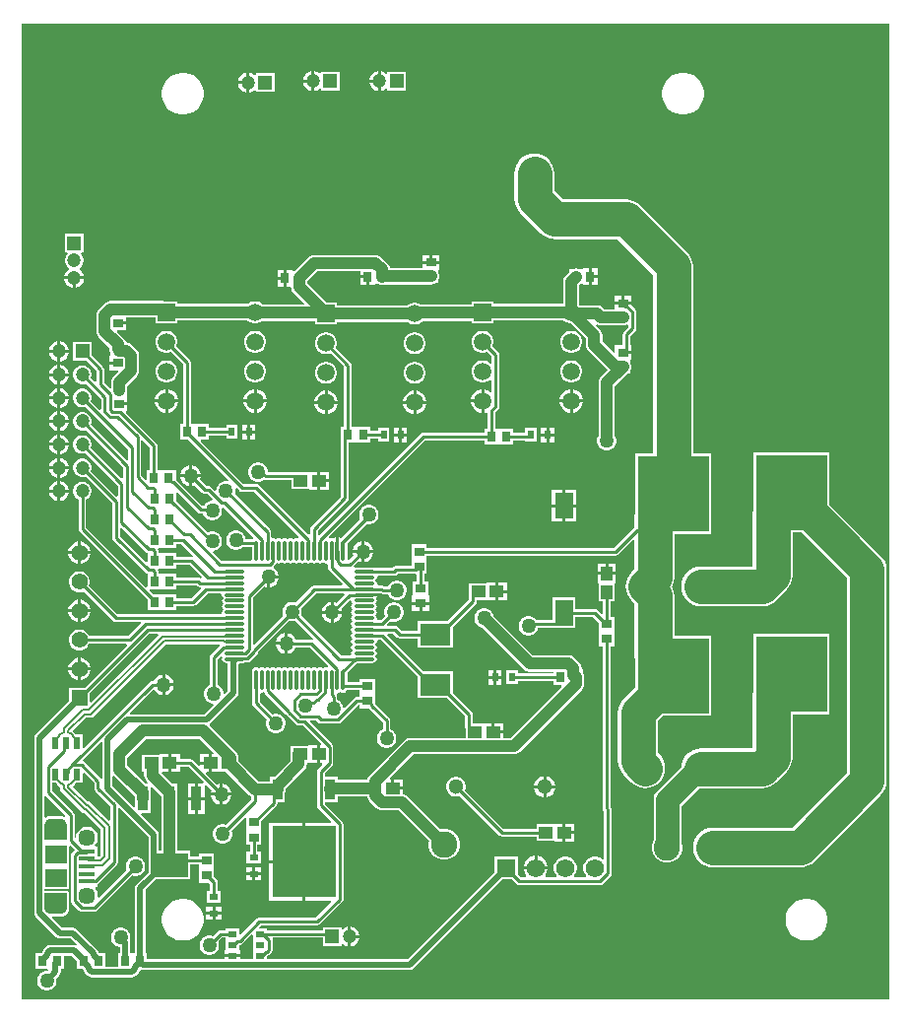
<source format=gtl>
G04*
G04 #@! TF.GenerationSoftware,Altium Limited,Altium Designer,23.10.1 (27)*
G04*
G04 Layer_Physical_Order=1*
G04 Layer_Color=255*
%FSLAX25Y25*%
%MOIN*%
G70*
G04*
G04 #@! TF.SameCoordinates,29CFA998-7EC6-4FDD-B126-FBB6EF8C8D2F*
G04*
G04*
G04 #@! TF.FilePolarity,Positive*
G04*
G01*
G75*
%ADD13C,0.00787*%
%ADD16C,0.01000*%
%ADD18C,0.01968*%
%ADD19R,0.04758X0.03985*%
%ADD20R,0.03150X0.02362*%
%ADD21R,0.03150X0.02165*%
%ADD22R,0.03740X0.03150*%
%ADD23R,0.05315X0.01575*%
%ADD24R,0.06299X0.08583*%
%ADD25R,0.06299X0.08661*%
%ADD26R,0.10236X0.07480*%
%ADD27R,0.03985X0.04758*%
%ADD28R,0.02200X0.03850*%
%ADD29R,0.03150X0.03740*%
%ADD30R,0.07480X0.05906*%
%ADD31O,0.01181X0.07087*%
%ADD32O,0.07087X0.01181*%
%ADD33R,0.02953X0.03543*%
%ADD34R,0.03543X0.02953*%
%ADD35R,0.05118X0.09449*%
%ADD36R,0.24410X0.25591*%
%ADD37R,0.21457X0.24410*%
%ADD38R,0.03543X0.07087*%
%ADD39R,0.02362X0.03150*%
%ADD40R,0.12598X0.08268*%
%ADD41R,0.03543X0.08268*%
%ADD42C,0.11811*%
%ADD43C,0.07874*%
%ADD44C,0.08900*%
%ADD45C,0.06181*%
%ADD46R,0.06181X0.06181*%
%ADD47C,0.04724*%
%ADD48R,0.04724X0.04724*%
%ADD49R,0.04724X0.04724*%
%ADD50C,0.05118*%
%ADD51R,0.05512X0.05512*%
%ADD52C,0.05512*%
%ADD53C,0.05709*%
%ADD54C,0.05906*%
%ADD55R,0.05906X0.05906*%
%ADD56C,0.05000*%
%ADD57C,0.03937*%
G36*
X293504Y0D02*
X0D01*
Y330039D01*
X293504D01*
Y0D01*
D02*
G37*
%LPC*%
G36*
X120547Y314048D02*
X119749Y313834D01*
X118983Y313391D01*
X118357Y312765D01*
X117914Y311999D01*
X117700Y311201D01*
X120547D01*
Y314048D01*
D02*
G37*
G36*
X98047D02*
X97250Y313834D01*
X96483Y313391D01*
X95857Y312765D01*
X95414Y311999D01*
X95200Y311201D01*
X98047D01*
Y314048D01*
D02*
G37*
G36*
X76047Y313548D02*
X75249Y313334D01*
X74483Y312891D01*
X73857Y312265D01*
X73414Y311498D01*
X73200Y310701D01*
X76047D01*
Y313548D01*
D02*
G37*
G36*
X121547Y314048D02*
Y310701D01*
Y307354D01*
X122345Y307568D01*
X123112Y308010D01*
X123303Y308202D01*
X123803Y307995D01*
Y307551D01*
X130102D01*
Y313850D01*
X123803D01*
Y313407D01*
X123303Y313200D01*
X123112Y313391D01*
X122345Y313834D01*
X121547Y314048D01*
D02*
G37*
G36*
X99047D02*
Y310701D01*
Y307354D01*
X99845Y307568D01*
X100612Y308010D01*
X100803Y308202D01*
X101303Y307995D01*
Y307551D01*
X107602D01*
Y313850D01*
X101303D01*
Y313407D01*
X100803Y313200D01*
X100612Y313391D01*
X99845Y313834D01*
X99047Y314048D01*
D02*
G37*
G36*
X120547Y310201D02*
X117700D01*
X117914Y309403D01*
X118357Y308636D01*
X118983Y308010D01*
X119749Y307568D01*
X120547Y307354D01*
Y310201D01*
D02*
G37*
G36*
X98047D02*
X95200D01*
X95414Y309403D01*
X95857Y308636D01*
X96483Y308010D01*
X97250Y307568D01*
X98047Y307354D01*
Y310201D01*
D02*
G37*
G36*
X77047Y313548D02*
Y310201D01*
Y306854D01*
X77845Y307068D01*
X78612Y307510D01*
X78803Y307702D01*
X79303Y307495D01*
Y307051D01*
X85602D01*
Y313350D01*
X79303D01*
Y312907D01*
X78803Y312700D01*
X78612Y312891D01*
X77845Y313334D01*
X77047Y313548D01*
D02*
G37*
G36*
X76047Y309701D02*
X73200D01*
X73414Y308903D01*
X73857Y308136D01*
X74483Y307510D01*
X75249Y307068D01*
X76047Y306854D01*
Y309701D01*
D02*
G37*
G36*
X224517Y313504D02*
X223121D01*
X221752Y313232D01*
X220462Y312697D01*
X219302Y311922D01*
X218314Y310935D01*
X217539Y309774D01*
X217005Y308484D01*
X216732Y307115D01*
Y305719D01*
X217005Y304350D01*
X217539Y303061D01*
X218314Y301900D01*
X219302Y300913D01*
X220462Y300137D01*
X221752Y299603D01*
X223121Y299331D01*
X224517D01*
X225886Y299603D01*
X227176Y300137D01*
X228336Y300913D01*
X229323Y301900D01*
X230099Y303061D01*
X230633Y304350D01*
X230906Y305719D01*
Y307115D01*
X230633Y308484D01*
X230099Y309774D01*
X229323Y310935D01*
X228336Y311922D01*
X227176Y312697D01*
X225886Y313232D01*
X224517Y313504D01*
D02*
G37*
G36*
X55225D02*
X53830D01*
X52460Y313232D01*
X51171Y312697D01*
X50010Y311922D01*
X49023Y310935D01*
X48248Y309774D01*
X47713Y308484D01*
X47441Y307115D01*
Y305719D01*
X47713Y304350D01*
X48248Y303061D01*
X49023Y301900D01*
X50010Y300913D01*
X51171Y300137D01*
X52460Y299603D01*
X53830Y299331D01*
X55225D01*
X56595Y299603D01*
X57884Y300137D01*
X59045Y300913D01*
X60032Y301900D01*
X60808Y303061D01*
X61342Y304350D01*
X61614Y305719D01*
Y307115D01*
X61342Y308484D01*
X60808Y309774D01*
X60032Y310935D01*
X59045Y311922D01*
X57884Y312697D01*
X56595Y313232D01*
X55225Y313504D01*
D02*
G37*
G36*
X141272Y251839D02*
X139000D01*
Y249862D01*
X141272D01*
Y251839D01*
D02*
G37*
G36*
X138000D02*
X135728D01*
Y249862D01*
X138000D01*
Y251839D01*
D02*
G37*
G36*
X194839Y247272D02*
X192862D01*
Y245000D01*
X194839D01*
Y247272D01*
D02*
G37*
G36*
X20921Y259055D02*
X14622D01*
Y252756D01*
X15366D01*
X15573Y252256D01*
X15251Y251934D01*
X14837Y251216D01*
X14622Y250415D01*
Y249585D01*
X14837Y248784D01*
X15251Y248066D01*
X15838Y247480D01*
X15941Y247420D01*
Y246920D01*
X15707Y246785D01*
X15081Y246159D01*
X14639Y245392D01*
X14425Y244595D01*
X17772D01*
X21118D01*
X20905Y245392D01*
X20462Y246159D01*
X19836Y246785D01*
X19602Y246920D01*
Y247420D01*
X19705Y247480D01*
X20292Y248066D01*
X20707Y248784D01*
X20921Y249585D01*
Y250415D01*
X20707Y251216D01*
X20292Y251934D01*
X19970Y252256D01*
X20177Y252756D01*
X20921D01*
Y259055D01*
D02*
G37*
G36*
X88638Y246772D02*
X86661D01*
Y244500D01*
X88638D01*
Y246772D01*
D02*
G37*
G36*
X194839Y244000D02*
X192862D01*
Y241728D01*
X194839D01*
Y244000D01*
D02*
G37*
G36*
X173500Y286225D02*
X172188Y286096D01*
X170926Y285713D01*
X169764Y285092D01*
X168745Y284256D01*
X167908Y283236D01*
X167287Y282074D01*
X166904Y280812D01*
X166775Y279500D01*
Y270835D01*
X166904Y269523D01*
X167287Y268261D01*
X167908Y267098D01*
X168745Y266079D01*
X175663Y259161D01*
X176682Y258324D01*
X177845Y257703D01*
X179107Y257320D01*
X179794Y257252D01*
X180419Y257191D01*
X180419Y257191D01*
X201798D01*
X213775Y245214D01*
Y184583D01*
X207508D01*
Y164439D01*
X207475Y164110D01*
Y159766D01*
X207277Y159633D01*
X200515Y152872D01*
X137157D01*
Y153921D01*
X131843D01*
Y149303D01*
X131843Y149197D01*
Y148803D01*
X131843Y148697D01*
Y146679D01*
X126630D01*
X126128Y146579D01*
X125702Y146294D01*
X125484Y146076D01*
X119267D01*
X118803Y146169D01*
X112898D01*
X112691Y146128D01*
X112445Y146588D01*
X114115Y148258D01*
X114149Y148239D01*
X115000Y148011D01*
Y151000D01*
X112011D01*
X112239Y150149D01*
X112258Y150115D01*
X110771Y148628D01*
X110212Y148744D01*
X110156Y148832D01*
X110169Y148898D01*
Y154401D01*
X116604Y160837D01*
X117067Y160713D01*
X117933D01*
X118769Y160937D01*
X119518Y161369D01*
X120131Y161981D01*
X120563Y162731D01*
X120787Y163567D01*
Y164433D01*
X120563Y165269D01*
X120131Y166018D01*
X119518Y166631D01*
X118769Y167063D01*
X117933Y167287D01*
X117067D01*
X116231Y167063D01*
X115481Y166631D01*
X114869Y166018D01*
X114437Y165269D01*
X114213Y164433D01*
Y163567D01*
X114437Y162731D01*
X114565Y162509D01*
X108313Y156258D01*
X107942Y155950D01*
X107416Y156301D01*
X107295Y156325D01*
Y151850D01*
X106295D01*
Y156325D01*
X106175Y156301D01*
X105649Y155950D01*
X105631Y155923D01*
X105364Y156101D01*
X104827Y156208D01*
X104289Y156101D01*
X104273Y156091D01*
X104124Y156161D01*
X104019Y156764D01*
X136443Y189187D01*
X156520D01*
Y187843D01*
X161138D01*
X161244Y187843D01*
X161638D01*
X161744Y187843D01*
X166362D01*
Y189187D01*
X170323D01*
Y188638D01*
X174260D01*
Y193362D01*
X170323D01*
Y191813D01*
X166362D01*
Y193157D01*
X161744D01*
X161638Y193157D01*
X161244D01*
X161138Y193157D01*
X160195D01*
Y198541D01*
X161381Y199727D01*
X161665Y200153D01*
X161765Y200656D01*
Y218047D01*
X161665Y218550D01*
X161381Y218975D01*
X159417Y220939D01*
X159485Y221056D01*
X159740Y222008D01*
Y222992D01*
X159485Y223944D01*
X158993Y224797D01*
X158297Y225493D01*
X157444Y225985D01*
X156492Y226240D01*
X155508D01*
X154556Y225985D01*
X153703Y225493D01*
X153007Y224797D01*
X152515Y223944D01*
X152260Y222992D01*
Y222008D01*
X152515Y221056D01*
X153007Y220203D01*
X153703Y219507D01*
X154556Y219015D01*
X155508Y218760D01*
X156492D01*
X157444Y219015D01*
X157561Y219083D01*
X159140Y217503D01*
Y215356D01*
X158640Y215149D01*
X158297Y215493D01*
X157444Y215985D01*
X156492Y216240D01*
X155508D01*
X154556Y215985D01*
X153703Y215493D01*
X153007Y214796D01*
X152515Y213944D01*
X152260Y212992D01*
Y212008D01*
X152515Y211056D01*
X153007Y210204D01*
X153703Y209507D01*
X154556Y209015D01*
X155508Y208760D01*
X156492D01*
X157444Y209015D01*
X158297Y209507D01*
X158640Y209851D01*
X159140Y209644D01*
Y205603D01*
X158678Y205412D01*
X158427Y205663D01*
X157526Y206183D01*
X156520Y206453D01*
X156500D01*
Y202500D01*
Y198547D01*
X156520D01*
X157069Y198694D01*
X157569Y198311D01*
Y193157D01*
X156520D01*
Y191813D01*
X135899D01*
X135397Y191713D01*
X134971Y191428D01*
X100696Y157153D01*
X100234Y157344D01*
Y158686D01*
X110294Y168746D01*
X110579Y169172D01*
X110679Y169674D01*
Y188342D01*
X112697D01*
X112803Y188342D01*
X113197D01*
X113303Y188342D01*
X117921D01*
Y189687D01*
X120531D01*
Y188638D01*
X124469D01*
Y193362D01*
X120531D01*
Y192313D01*
X117921D01*
Y193658D01*
X113303D01*
X113197Y193658D01*
X112803D01*
X112697Y193658D01*
X111754D01*
Y214559D01*
X111654Y215061D01*
X111369Y215487D01*
X106417Y220439D01*
X106485Y220556D01*
X106740Y221508D01*
Y222492D01*
X106485Y223444D01*
X105993Y224296D01*
X105297Y224993D01*
X104444Y225485D01*
X103492Y225740D01*
X102508D01*
X101556Y225485D01*
X100704Y224993D01*
X100007Y224296D01*
X99515Y223444D01*
X99260Y222492D01*
Y221508D01*
X99515Y220556D01*
X100007Y219704D01*
X100704Y219007D01*
X101556Y218515D01*
X102508Y218260D01*
X103492D01*
X104444Y218515D01*
X104561Y218583D01*
X109128Y214015D01*
Y193658D01*
X108079D01*
Y190052D01*
X108054Y189925D01*
Y170218D01*
X97993Y160158D01*
X97709Y159732D01*
X97609Y159230D01*
Y157344D01*
X97147Y157153D01*
X80294Y174006D01*
X79868Y174290D01*
X79366Y174390D01*
X75112D01*
X60621Y188881D01*
X60813Y189342D01*
X63421D01*
Y190687D01*
X69177D01*
Y189638D01*
X73114D01*
Y194362D01*
X69177D01*
Y193313D01*
X63421D01*
Y194658D01*
X58697D01*
X58697Y194658D01*
X58303D01*
Y194658D01*
X58197Y194658D01*
X57254D01*
Y215559D01*
X57154Y216061D01*
X56869Y216487D01*
X52417Y220939D01*
X52485Y221056D01*
X52740Y222008D01*
Y222992D01*
X52485Y223944D01*
X51993Y224797D01*
X51297Y225493D01*
X50444Y225985D01*
X49492Y226240D01*
X48508D01*
X47556Y225985D01*
X46703Y225493D01*
X46007Y224797D01*
X45515Y223944D01*
X45260Y222992D01*
Y222008D01*
X45515Y221056D01*
X46007Y220203D01*
X46703Y219507D01*
X47556Y219015D01*
X48508Y218760D01*
X49492D01*
X50444Y219015D01*
X50561Y219083D01*
X54628Y215015D01*
Y194658D01*
X53579D01*
Y189342D01*
X56447D01*
X69915Y175875D01*
X69656Y175426D01*
X69590Y175444D01*
X68724D01*
X67888Y175220D01*
X67138Y174787D01*
X66526Y174175D01*
X66093Y173426D01*
X65869Y172590D01*
Y172351D01*
X65369Y172144D01*
X64315Y173198D01*
X63889Y173483D01*
X63387Y173583D01*
X62622D01*
X60441Y175764D01*
X60461Y175798D01*
X60689Y176649D01*
X57699D01*
Y173660D01*
X58550Y173888D01*
X58585Y173907D01*
X61150Y171342D01*
X61576Y171058D01*
X62078Y170958D01*
X62843D01*
X64513Y169287D01*
X64306Y168787D01*
X64067D01*
X63231Y168563D01*
X62481Y168131D01*
X61869Y167518D01*
X61582Y167021D01*
X61044D01*
X52173Y175892D01*
Y179055D01*
X47555D01*
X47449Y179055D01*
X47055D01*
X46949Y179055D01*
X46005D01*
Y187266D01*
X45906Y187768D01*
X45621Y188194D01*
X35254Y198562D01*
X35445Y199024D01*
X35772D01*
Y201000D01*
X33000D01*
Y202000D01*
X35772D01*
Y203976D01*
X35559D01*
Y205201D01*
X35685Y205505D01*
X35780Y206224D01*
Y207479D01*
X38993Y210692D01*
X39435Y211268D01*
X39713Y211938D01*
X39807Y212658D01*
Y217894D01*
X39713Y218613D01*
X39435Y219283D01*
X38993Y219859D01*
X37379Y221473D01*
X36803Y221915D01*
X36133Y222193D01*
X35413Y222288D01*
X35193D01*
X35185Y222350D01*
X34907Y223020D01*
X34466Y223596D01*
X32224Y225837D01*
X32415Y226299D01*
X35272D01*
Y228276D01*
X32500D01*
Y229276D01*
X35272D01*
Y230720D01*
X40022D01*
X40142Y230705D01*
X45260D01*
Y228760D01*
X52740D01*
Y229720D01*
X76490D01*
X76704Y229507D01*
X77556Y229015D01*
X78508Y228760D01*
X79492D01*
X80444Y229015D01*
X81233Y229470D01*
X99260D01*
Y228260D01*
X106740D01*
Y229220D01*
X130490D01*
X130703Y229007D01*
X131556Y228515D01*
X132508Y228260D01*
X133492D01*
X134444Y228515D01*
X135296Y229007D01*
X135760Y229470D01*
X152260D01*
Y228760D01*
X159740D01*
Y229720D01*
X183490D01*
X183703Y229507D01*
X184556Y229015D01*
X185508Y228760D01*
X185809D01*
X190948Y223621D01*
Y221489D01*
X191043Y220770D01*
X191321Y220099D01*
X191762Y219523D01*
X198358Y212927D01*
X196035Y210603D01*
X195593Y210028D01*
X195315Y209357D01*
X195220Y208638D01*
Y190760D01*
X194937Y190269D01*
X194713Y189433D01*
Y188567D01*
X194937Y187731D01*
X195369Y186981D01*
X195982Y186369D01*
X196731Y185937D01*
X197567Y185713D01*
X198433D01*
X199269Y185937D01*
X200019Y186369D01*
X200631Y186981D01*
X201063Y187731D01*
X201287Y188567D01*
Y189433D01*
X201063Y190269D01*
X200780Y190760D01*
Y207486D01*
X205167Y211874D01*
X206059D01*
Y213114D01*
X206185Y213418D01*
X206280Y214138D01*
X206185Y214857D01*
X206059Y215161D01*
Y216386D01*
X206272D01*
Y218362D01*
X203500D01*
Y219362D01*
X206272D01*
Y221339D01*
X206084D01*
Y224446D01*
X207684Y226045D01*
X207969Y226471D01*
X208068Y226974D01*
Y232588D01*
X207969Y233091D01*
X207684Y233517D01*
X206272Y234929D01*
Y235000D01*
X203500D01*
X200728D01*
Y233555D01*
X197283D01*
X196749Y234089D01*
X196173Y234531D01*
X195503Y234808D01*
X194783Y234903D01*
X188886D01*
X188780Y235010D01*
Y241711D01*
X189010Y241941D01*
X189886D01*
Y241728D01*
X191862D01*
Y244500D01*
Y247272D01*
X189886D01*
Y247059D01*
X188661D01*
X188357Y247185D01*
X187638Y247280D01*
X186918Y247185D01*
X186614Y247059D01*
X185374D01*
Y246167D01*
X184035Y244828D01*
X183593Y244252D01*
X183315Y243582D01*
X183220Y242862D01*
Y235280D01*
X159740D01*
Y236240D01*
X152260D01*
Y235030D01*
X135233D01*
X134444Y235485D01*
X133492Y235740D01*
X132508D01*
X131556Y235485D01*
X130703Y234993D01*
X130490Y234780D01*
X106740D01*
Y235740D01*
X103191D01*
X96642Y242289D01*
Y242849D01*
X100041Y246248D01*
X114661D01*
Y245000D01*
X117138D01*
Y244500D01*
X117638D01*
Y241728D01*
X119614D01*
Y241941D01*
X120839D01*
X121143Y241815D01*
X121862Y241720D01*
X122582Y241815D01*
X122686Y241858D01*
X138500D01*
X139219Y241953D01*
X139890Y242231D01*
X140077Y242374D01*
X141059D01*
Y243614D01*
X141185Y243918D01*
X141280Y244638D01*
X141185Y245357D01*
X141059Y245661D01*
Y246886D01*
X141272D01*
Y248862D01*
X138500D01*
X135728D01*
Y247417D01*
X124576D01*
X124547Y247640D01*
X124269Y248311D01*
X123828Y248887D01*
X121721Y250993D01*
X121146Y251435D01*
X120475Y251712D01*
X119756Y251807D01*
X98890D01*
X98170Y251712D01*
X97500Y251435D01*
X96924Y250993D01*
X92490Y246559D01*
X91614D01*
Y246772D01*
X89638D01*
Y244000D01*
Y241228D01*
X91083D01*
Y241138D01*
X91177Y240418D01*
X91455Y239748D01*
X91897Y239172D01*
X95577Y235492D01*
X95386Y235030D01*
X81760D01*
X81296Y235493D01*
X80444Y235985D01*
X79492Y236240D01*
X78508D01*
X77556Y235985D01*
X76704Y235493D01*
X76490Y235280D01*
X52740D01*
Y236240D01*
X48196D01*
X48016Y236264D01*
X40246D01*
X40126Y236280D01*
X30079D01*
X29359Y236185D01*
X28689Y235907D01*
X28113Y235466D01*
X26007Y233359D01*
X25565Y232783D01*
X25288Y232113D01*
X25193Y231394D01*
Y226158D01*
X25288Y225438D01*
X25565Y224768D01*
X26007Y224192D01*
X29720Y220479D01*
Y220000D01*
X29815Y219281D01*
X29941Y218977D01*
Y217752D01*
X29728D01*
Y215776D01*
X32500D01*
Y214776D01*
X29728D01*
Y212799D01*
X32585D01*
X32776Y212337D01*
X31034Y210596D01*
X30593Y210020D01*
X30315Y209349D01*
X30220Y208630D01*
Y206909D01*
X29758Y206718D01*
X27841Y208635D01*
Y213219D01*
X27741Y213722D01*
X27457Y214147D01*
X23650Y217955D01*
Y222398D01*
X17350D01*
Y216098D01*
X21793D01*
X25216Y212676D01*
Y209168D01*
X24754Y208976D01*
X23464Y210266D01*
X23650Y210959D01*
Y211789D01*
X23435Y212590D01*
X23020Y213308D01*
X22434Y213894D01*
X21716Y214309D01*
X20915Y214524D01*
X20085D01*
X19284Y214309D01*
X18566Y213894D01*
X17980Y213308D01*
X17565Y212590D01*
X17350Y211789D01*
Y210959D01*
X17565Y210158D01*
X17980Y209440D01*
X18566Y208854D01*
X19284Y208439D01*
X20085Y208224D01*
X20915D01*
X21608Y208410D01*
X26841Y203177D01*
Y199669D01*
X26379Y199477D01*
X23464Y202392D01*
X23650Y203085D01*
Y203915D01*
X23435Y204716D01*
X23020Y205434D01*
X22434Y206020D01*
X21716Y206435D01*
X20915Y206650D01*
X20085D01*
X19284Y206435D01*
X18566Y206020D01*
X17980Y205434D01*
X17565Y204716D01*
X17350Y203915D01*
Y203085D01*
X17565Y202284D01*
X17980Y201566D01*
X18566Y200980D01*
X19284Y200565D01*
X20085Y200350D01*
X20915D01*
X21608Y200536D01*
X36072Y186071D01*
Y182563D01*
X35610Y182372D01*
X23464Y194518D01*
X23650Y195211D01*
Y196041D01*
X23435Y196842D01*
X23020Y197560D01*
X22434Y198146D01*
X21716Y198561D01*
X20915Y198776D01*
X20085D01*
X19284Y198561D01*
X18566Y198146D01*
X17980Y197560D01*
X17565Y196842D01*
X17350Y196041D01*
Y195211D01*
X17565Y194410D01*
X17980Y193692D01*
X18566Y193106D01*
X19284Y192691D01*
X20085Y192476D01*
X20915D01*
X21608Y192662D01*
X34285Y179985D01*
Y176477D01*
X33823Y176285D01*
X23464Y186644D01*
X23650Y187337D01*
Y188167D01*
X23435Y188968D01*
X23020Y189686D01*
X22434Y190272D01*
X21716Y190687D01*
X20915Y190902D01*
X20085D01*
X19284Y190687D01*
X18566Y190272D01*
X17980Y189686D01*
X17565Y188968D01*
X17350Y188167D01*
Y187337D01*
X17565Y186536D01*
X17980Y185818D01*
X18566Y185232D01*
X19284Y184817D01*
X20085Y184602D01*
X20915D01*
X21608Y184788D01*
X32498Y173898D01*
Y170390D01*
X32036Y170199D01*
X23464Y178770D01*
X23650Y179463D01*
Y180293D01*
X23435Y181094D01*
X23020Y181812D01*
X22434Y182398D01*
X21716Y182813D01*
X20915Y183028D01*
X20085D01*
X19284Y182813D01*
X18566Y182398D01*
X17980Y181812D01*
X17565Y181094D01*
X17350Y180293D01*
Y179463D01*
X17565Y178662D01*
X17980Y177944D01*
X18566Y177358D01*
X19284Y176943D01*
X20085Y176728D01*
X20915D01*
X21608Y176914D01*
X30710Y167812D01*
Y156153D01*
X30810Y155650D01*
X31095Y155225D01*
X41905Y144414D01*
X42331Y144130D01*
X42579Y144080D01*
Y139667D01*
X42117Y139476D01*
X21813Y159780D01*
Y169125D01*
X22434Y169484D01*
X23020Y170070D01*
X23435Y170788D01*
X23650Y171589D01*
Y172419D01*
X23435Y173220D01*
X23020Y173938D01*
X22434Y174524D01*
X21716Y174939D01*
X20915Y175154D01*
X20085D01*
X19284Y174939D01*
X18566Y174524D01*
X17980Y173938D01*
X17565Y173220D01*
X17350Y172419D01*
Y171589D01*
X17565Y170788D01*
X17980Y170070D01*
X18566Y169484D01*
X19187Y169125D01*
Y159236D01*
X19287Y158734D01*
X19572Y158308D01*
X42579Y135301D01*
Y131843D01*
X47197D01*
X47303Y131843D01*
X47697D01*
X47803Y131843D01*
X52421D01*
Y133187D01*
X57962D01*
X58464Y133287D01*
X58890Y133572D01*
X62864Y137546D01*
X67422D01*
X67823Y137046D01*
X67792Y136890D01*
X67899Y136352D01*
X68197Y135906D01*
X67899Y135459D01*
X67792Y134921D01*
X67899Y134384D01*
X68197Y133937D01*
X67899Y133490D01*
X67792Y132953D01*
X67899Y132415D01*
X68197Y131968D01*
X67899Y131522D01*
X67792Y130984D01*
X67823Y130828D01*
X67422Y130328D01*
X32398D01*
X22773Y139953D01*
X22802Y140002D01*
X23043Y140904D01*
Y141837D01*
X22802Y142738D01*
X22335Y143546D01*
X21676Y144205D01*
X20868Y144672D01*
X19966Y144913D01*
X19034D01*
X18132Y144672D01*
X17324Y144205D01*
X16665Y143546D01*
X16198Y142738D01*
X15957Y141837D01*
Y140904D01*
X16198Y140002D01*
X16665Y139195D01*
X17324Y138535D01*
X18132Y138068D01*
X19034Y137827D01*
X19966D01*
X20868Y138068D01*
X20917Y138097D01*
X30926Y128088D01*
X31352Y127803D01*
X31854Y127703D01*
X40166D01*
X40357Y127241D01*
X36114Y122998D01*
X22817D01*
X22802Y123053D01*
X22335Y123861D01*
X21676Y124520D01*
X20868Y124987D01*
X19966Y125228D01*
X19034D01*
X18132Y124987D01*
X17324Y124520D01*
X16665Y123861D01*
X16198Y123053D01*
X15957Y122152D01*
Y121219D01*
X16198Y120317D01*
X16665Y119509D01*
X17324Y118850D01*
X18132Y118383D01*
X19034Y118142D01*
X19966D01*
X20868Y118383D01*
X21676Y118850D01*
X22335Y119509D01*
X22802Y120317D01*
X22817Y120372D01*
X35363D01*
X35554Y119911D01*
X21187Y105543D01*
X15957D01*
Y101011D01*
X4711Y89766D01*
X4319Y89179D01*
X4182Y88488D01*
Y29340D01*
X4319Y28649D01*
X4711Y28063D01*
X11579Y21195D01*
X12165Y20803D01*
X12856Y20666D01*
X16671D01*
X18705Y18632D01*
X18386Y18244D01*
X18286Y18311D01*
X17594Y18448D01*
X9691D01*
X9000Y18311D01*
X8414Y17919D01*
X7376Y16881D01*
X6985Y16295D01*
X6900Y15868D01*
X6690Y15657D01*
X4520D01*
Y10343D01*
X8622D01*
X8850Y9843D01*
X8802Y9787D01*
X8067D01*
X7231Y9563D01*
X6481Y9131D01*
X5869Y8518D01*
X5437Y7769D01*
X5213Y6933D01*
Y6067D01*
X5437Y5231D01*
X5869Y4482D01*
X6481Y3869D01*
X7231Y3437D01*
X8067Y3213D01*
X8933D01*
X9769Y3437D01*
X10519Y3869D01*
X11131Y4482D01*
X11563Y5231D01*
X11787Y6067D01*
Y6933D01*
X11724Y7169D01*
X12687Y8132D01*
X13078Y8718D01*
X13216Y9409D01*
Y10343D01*
X14362D01*
Y14835D01*
X16846D01*
X18579Y13103D01*
Y10343D01*
X20749D01*
X20959Y10132D01*
X21044Y9705D01*
X21435Y9119D01*
X22473Y8081D01*
X23059Y7689D01*
X23750Y7552D01*
X37309D01*
X38000Y7689D01*
X38586Y8081D01*
X39624Y9119D01*
X40015Y9705D01*
X40035Y9804D01*
X40226Y10237D01*
X40917Y10099D01*
X131405D01*
X132097Y10237D01*
X132683Y10628D01*
X162677Y40622D01*
X166022D01*
X167450Y39194D01*
X167876Y38909D01*
X168378Y38809D01*
X195813D01*
X196316Y38909D01*
X196742Y39194D01*
X199306Y41758D01*
X199591Y42184D01*
X199691Y42687D01*
Y64273D01*
X199591Y64776D01*
X199313Y65192D01*
Y119579D01*
X200658D01*
Y124197D01*
X200658Y124303D01*
Y124697D01*
X200658Y124803D01*
Y129421D01*
X199313D01*
Y134677D01*
X200780D01*
Y140778D01*
X200992D01*
Y143657D01*
X198000D01*
X195008D01*
Y140778D01*
X195220D01*
Y134677D01*
X196687D01*
Y130586D01*
X196225Y130395D01*
X194873Y131747D01*
X194447Y132032D01*
X193945Y132132D01*
X187437D01*
Y135937D01*
X179563D01*
Y128301D01*
X174256D01*
X174131Y128518D01*
X173519Y129131D01*
X172769Y129563D01*
X171933Y129787D01*
X171067D01*
X170231Y129563D01*
X169482Y129131D01*
X168869Y128518D01*
X168437Y127769D01*
X168213Y126933D01*
Y126067D01*
X168437Y125231D01*
X168869Y124481D01*
X169482Y123869D01*
X170231Y123437D01*
X171067Y123213D01*
X171933D01*
X172769Y123437D01*
X173519Y123869D01*
X174131Y124481D01*
X174563Y125231D01*
X174682Y125676D01*
X180850D01*
X180977Y125701D01*
X187437D01*
Y129506D01*
X193401D01*
X195343Y127565D01*
Y124803D01*
X195343Y124697D01*
Y124303D01*
X195343Y124197D01*
Y119579D01*
X196687D01*
Y64651D01*
X196787Y64149D01*
X197065Y63733D01*
Y47572D01*
X196603Y47381D01*
X196381Y47603D01*
X195497Y48114D01*
X194510Y48378D01*
X193490D01*
X192503Y48114D01*
X191619Y47603D01*
X190897Y46881D01*
X190386Y45997D01*
X190122Y45011D01*
Y43990D01*
X190386Y43003D01*
X190897Y42119D01*
X191119Y41897D01*
X190928Y41435D01*
X187072D01*
X186881Y41897D01*
X187103Y42119D01*
X187614Y43003D01*
X187878Y43990D01*
Y45011D01*
X187614Y45997D01*
X187103Y46881D01*
X186381Y47603D01*
X185497Y48114D01*
X184511Y48378D01*
X183490D01*
X182503Y48114D01*
X181619Y47603D01*
X180897Y46881D01*
X180386Y45997D01*
X180122Y45011D01*
Y43990D01*
X180386Y43003D01*
X180897Y42119D01*
X181119Y41897D01*
X180928Y41435D01*
X177373D01*
X177181Y41897D01*
X177273Y41988D01*
X177812Y42921D01*
X178091Y43962D01*
Y44000D01*
X174000D01*
X169909D01*
Y43962D01*
X170188Y42921D01*
X170727Y41988D01*
X170818Y41897D01*
X170627Y41435D01*
X168922D01*
X167878Y42478D01*
Y48378D01*
X160122D01*
Y43177D01*
X130657Y13712D01*
X83087D01*
Y14774D01*
X83204Y14891D01*
X83335Y14917D01*
X83761Y15202D01*
X84515Y15956D01*
X84799Y16382D01*
X84899Y16884D01*
Y20116D01*
X84837Y20427D01*
X85148Y20928D01*
X101898D01*
Y18150D01*
X108197D01*
Y18593D01*
X108697Y18800D01*
X108888Y18609D01*
X109655Y18166D01*
X110453Y17952D01*
Y21299D01*
Y24646D01*
X109655Y24432D01*
X108888Y23990D01*
X108697Y23798D01*
X108197Y24005D01*
Y24449D01*
X101898D01*
Y23553D01*
X83087D01*
Y24110D01*
X80626D01*
X80435Y24572D01*
X81035Y25173D01*
X100113D01*
X100615Y25273D01*
X101041Y25557D01*
X108444Y32960D01*
X108728Y33386D01*
X108828Y33888D01*
Y59364D01*
X108728Y59866D01*
X108444Y60292D01*
X102533Y66203D01*
Y66705D01*
X107035D01*
Y68720D01*
X116020D01*
Y68720D01*
X116871D01*
X116911Y68416D01*
X117189Y67745D01*
X117631Y67170D01*
X120014Y64786D01*
X120590Y64344D01*
X121260Y64067D01*
X121980Y63972D01*
X127597D01*
X137893Y53676D01*
X137763Y53189D01*
Y51810D01*
X138119Y50478D01*
X138809Y49284D01*
X139784Y48309D01*
X140978Y47620D01*
X142311Y47263D01*
X143690D01*
X145022Y47620D01*
X146216Y48309D01*
X147191Y49284D01*
X147880Y50478D01*
X148237Y51810D01*
Y53189D01*
X147880Y54522D01*
X147191Y55716D01*
X146216Y56691D01*
X145022Y57380D01*
X143690Y57737D01*
X142311D01*
X141824Y57607D01*
X130714Y68717D01*
X130138Y69159D01*
X129468Y69437D01*
X128879Y69514D01*
Y71000D01*
X125500D01*
Y71500D01*
X125000D01*
Y74492D01*
X124808D01*
X124617Y74954D01*
X132634Y82972D01*
X166535D01*
X167254Y83067D01*
X167925Y83344D01*
X168500Y83786D01*
X189525Y104810D01*
X189966Y105386D01*
X190244Y106056D01*
X190339Y106776D01*
Y109000D01*
X190244Y109719D01*
X189966Y110390D01*
X189921Y110449D01*
Y111658D01*
X189551D01*
Y112012D01*
X189457Y112731D01*
X189179Y113401D01*
X188737Y113977D01*
X187123Y115592D01*
X186547Y116033D01*
X185877Y116311D01*
X185157Y116406D01*
X173025D01*
X159710Y129721D01*
X159563Y130269D01*
X159131Y131018D01*
X158519Y131631D01*
X157769Y132063D01*
X156933Y132287D01*
X156067D01*
X155231Y132063D01*
X154481Y131631D01*
X153869Y131018D01*
X153437Y130269D01*
X153213Y129433D01*
Y128567D01*
X153437Y127731D01*
X153869Y126981D01*
X154481Y126369D01*
X155231Y125937D01*
X155779Y125790D01*
X169908Y111661D01*
X170484Y111219D01*
X171155Y110941D01*
X171874Y110846D01*
X180079D01*
Y110313D01*
X167968D01*
Y111362D01*
X164032D01*
Y106638D01*
X167968D01*
Y107687D01*
X180079D01*
Y106342D01*
X182541D01*
X182733Y105881D01*
X165384Y88531D01*
X163036D01*
Y90000D01*
X159657D01*
Y90500D01*
X159157D01*
Y93492D01*
X156278D01*
Y93280D01*
X152777D01*
Y96449D01*
X152677Y96951D01*
X152392Y97377D01*
X145905Y103864D01*
Y111063D01*
X135951D01*
X123710Y123304D01*
X123901Y123766D01*
X125766D01*
X126996Y122536D01*
X127422Y122252D01*
X127924Y122152D01*
X134095D01*
Y118937D01*
X145905D01*
Y126136D01*
X153549Y133780D01*
X153834Y134206D01*
X153934Y134708D01*
Y135220D01*
X157435D01*
Y135008D01*
X160314D01*
Y138000D01*
Y140992D01*
X157435D01*
Y140780D01*
X151334D01*
Y136634D01*
X151309Y136508D01*
Y135252D01*
X144049Y127992D01*
X134095D01*
Y124777D01*
X128468D01*
X127238Y126007D01*
X126812Y126291D01*
X126310Y126391D01*
X123901D01*
X123710Y126853D01*
X124780Y127924D01*
X125567Y127713D01*
X126433D01*
X127269Y127937D01*
X128018Y128369D01*
X128631Y128981D01*
X129063Y129731D01*
X129287Y130567D01*
Y131433D01*
X129063Y132269D01*
X128631Y133019D01*
X128018Y133631D01*
X127269Y134063D01*
X126433Y134287D01*
X125567D01*
X124731Y134063D01*
X123981Y133631D01*
X123369Y133019D01*
X122937Y132269D01*
X122713Y131433D01*
Y130567D01*
X122924Y129780D01*
X121503Y128360D01*
X120578D01*
X120177Y128860D01*
X120208Y129016D01*
X120101Y129553D01*
X119803Y130000D01*
X120101Y130447D01*
X120208Y130984D01*
X120101Y131522D01*
X119803Y131968D01*
X120101Y132415D01*
X120208Y132953D01*
X120101Y133490D01*
X119803Y133937D01*
X120101Y134384D01*
X120208Y134921D01*
X120101Y135459D01*
X119923Y135725D01*
X119950Y135743D01*
X120301Y136269D01*
X120325Y136390D01*
X115850D01*
Y137390D01*
X120676D01*
X120804Y137546D01*
X121292D01*
X121679Y137287D01*
X122181Y137187D01*
X123962D01*
X124369Y136481D01*
X124981Y135869D01*
X125731Y135437D01*
X126567Y135213D01*
X127433D01*
X128269Y135437D01*
X129018Y135869D01*
X129631Y136481D01*
X130063Y137231D01*
X130287Y138067D01*
Y138933D01*
X130063Y139769D01*
X129631Y140518D01*
X129018Y141131D01*
X128269Y141563D01*
X127433Y141787D01*
X126567D01*
X125731Y141563D01*
X124981Y141131D01*
X124369Y140518D01*
X123962Y139813D01*
X122712D01*
X122325Y140071D01*
X121823Y140171D01*
X120578D01*
X120177Y140671D01*
X120208Y140827D01*
X120101Y141364D01*
X119803Y141811D01*
X120101Y142258D01*
X120208Y142795D01*
X120177Y142951D01*
X120578Y143451D01*
X126028D01*
X126530Y143551D01*
X126956Y143836D01*
X127174Y144053D01*
X133425D01*
X133687Y143614D01*
Y141421D01*
X132343D01*
X132343Y136928D01*
X132130Y136516D01*
X132130Y136285D01*
Y134441D01*
X135000D01*
X137870D01*
Y136516D01*
X137657Y136928D01*
X137657Y137016D01*
Y141421D01*
X136313D01*
Y144079D01*
X137157D01*
Y148697D01*
X137157Y148803D01*
Y149197D01*
X137157Y149303D01*
Y150246D01*
X201059D01*
X201561Y150346D01*
X201987Y150631D01*
X207014Y155657D01*
X207475Y155466D01*
Y145597D01*
X206335Y144456D01*
X205499Y143437D01*
X204877Y142274D01*
X204495Y141013D01*
X204365Y139701D01*
X204495Y138389D01*
X204877Y137127D01*
X205499Y135964D01*
X206335Y134945D01*
X207475Y133805D01*
Y115840D01*
X207508Y115511D01*
Y105469D01*
X203745Y101705D01*
X202908Y100686D01*
X202287Y99524D01*
X201904Y98262D01*
X201775Y96950D01*
Y80832D01*
X201904Y79520D01*
X202287Y78258D01*
X202908Y77095D01*
X203745Y76076D01*
X206335Y73486D01*
X207354Y72649D01*
X208517Y72028D01*
X209778Y71645D01*
X211090Y71516D01*
X212403Y71645D01*
X213664Y72028D01*
X214827Y72649D01*
X215846Y73486D01*
X216682Y74505D01*
X217304Y75668D01*
X217687Y76929D01*
X217816Y78241D01*
X217687Y79553D01*
X217304Y80815D01*
X216682Y81977D01*
X215846Y82997D01*
X215225Y83617D01*
Y94164D01*
X217019Y95958D01*
X233492D01*
Y123123D01*
X220926D01*
Y136591D01*
X220797Y137903D01*
X220414Y139164D01*
X220127Y139701D01*
X220414Y140237D01*
X220797Y141499D01*
X220926Y142811D01*
Y157417D01*
X233492D01*
Y184583D01*
X227225D01*
Y248000D01*
X227096Y249312D01*
X226713Y250574D01*
X226092Y251736D01*
X225255Y252755D01*
X209339Y268671D01*
X208320Y269508D01*
X207158Y270129D01*
X205896Y270512D01*
X204584Y270641D01*
X183204D01*
X180225Y273621D01*
Y279500D01*
X180096Y280812D01*
X179713Y282074D01*
X179092Y283236D01*
X178255Y284256D01*
X177236Y285092D01*
X176074Y285713D01*
X174812Y286096D01*
X173500Y286225D01*
D02*
G37*
G36*
X116638Y244000D02*
X114661D01*
Y241728D01*
X116638D01*
Y244000D01*
D02*
G37*
G36*
X88638Y243500D02*
X86661D01*
Y241228D01*
X88638D01*
Y243500D01*
D02*
G37*
G36*
X17272Y243595D02*
X14425D01*
X14639Y242797D01*
X15081Y242030D01*
X15707Y241404D01*
X16474Y240961D01*
X17272Y240748D01*
Y243595D01*
D02*
G37*
G36*
X21118D02*
X18272D01*
Y240748D01*
X19069Y240961D01*
X19836Y241404D01*
X20462Y242030D01*
X20905Y242797D01*
X21118Y243595D01*
D02*
G37*
G36*
X206272Y237976D02*
X204000D01*
Y236000D01*
X206272D01*
Y237976D01*
D02*
G37*
G36*
X203000D02*
X200728D01*
Y236000D01*
X203000D01*
Y237976D01*
D02*
G37*
G36*
X13126Y222595D02*
Y219748D01*
X15973D01*
X15759Y220546D01*
X15316Y221312D01*
X14690Y221938D01*
X13924Y222381D01*
X13126Y222595D01*
D02*
G37*
G36*
X12126D02*
X11328Y222381D01*
X10561Y221938D01*
X9936Y221312D01*
X9493Y220546D01*
X9279Y219748D01*
X12126D01*
Y222595D01*
D02*
G37*
G36*
X186492Y226240D02*
X185508D01*
X184556Y225985D01*
X183703Y225493D01*
X183007Y224797D01*
X182515Y223944D01*
X182260Y222992D01*
Y222008D01*
X182515Y221056D01*
X183007Y220203D01*
X183703Y219507D01*
X184556Y219015D01*
X185508Y218760D01*
X186492D01*
X187444Y219015D01*
X188296Y219507D01*
X188993Y220203D01*
X189485Y221056D01*
X189740Y222008D01*
Y222992D01*
X189485Y223944D01*
X188993Y224797D01*
X188296Y225493D01*
X187444Y225985D01*
X186492Y226240D01*
D02*
G37*
G36*
X79492D02*
X78508D01*
X77556Y225985D01*
X76704Y225493D01*
X76007Y224797D01*
X75515Y223944D01*
X75260Y222992D01*
Y222008D01*
X75515Y221056D01*
X76007Y220203D01*
X76704Y219507D01*
X77556Y219015D01*
X78508Y218760D01*
X79492D01*
X80444Y219015D01*
X81296Y219507D01*
X81993Y220203D01*
X82485Y221056D01*
X82740Y222008D01*
Y222992D01*
X82485Y223944D01*
X81993Y224797D01*
X81296Y225493D01*
X80444Y225985D01*
X79492Y226240D01*
D02*
G37*
G36*
X133492Y225740D02*
X132508D01*
X131556Y225485D01*
X130703Y224993D01*
X130007Y224296D01*
X129515Y223444D01*
X129260Y222492D01*
Y221508D01*
X129515Y220556D01*
X130007Y219704D01*
X130703Y219007D01*
X131556Y218515D01*
X132508Y218260D01*
X133492D01*
X134444Y218515D01*
X135296Y219007D01*
X135993Y219704D01*
X136485Y220556D01*
X136740Y221508D01*
Y222492D01*
X136485Y223444D01*
X135993Y224296D01*
X135296Y224993D01*
X134444Y225485D01*
X133492Y225740D01*
D02*
G37*
G36*
X15973Y218748D02*
X13126D01*
Y215901D01*
X13924Y216115D01*
X14690Y216558D01*
X15316Y217184D01*
X15759Y217950D01*
X15973Y218748D01*
D02*
G37*
G36*
X12126D02*
X9279D01*
X9493Y217950D01*
X9936Y217184D01*
X10561Y216558D01*
X11328Y216115D01*
X12126Y215901D01*
Y218748D01*
D02*
G37*
G36*
X13126Y214721D02*
Y211874D01*
X15973D01*
X15759Y212672D01*
X15316Y213439D01*
X14690Y214064D01*
X13924Y214507D01*
X13126Y214721D01*
D02*
G37*
G36*
X12126D02*
X11328Y214507D01*
X10561Y214064D01*
X9936Y213439D01*
X9493Y212672D01*
X9279Y211874D01*
X12126D01*
Y214721D01*
D02*
G37*
G36*
X186492Y216240D02*
X185508D01*
X184556Y215985D01*
X183703Y215493D01*
X183007Y214796D01*
X182515Y213944D01*
X182260Y212992D01*
Y212008D01*
X182515Y211056D01*
X183007Y210204D01*
X183703Y209507D01*
X184556Y209015D01*
X185508Y208760D01*
X186492D01*
X187444Y209015D01*
X188296Y209507D01*
X188993Y210204D01*
X189485Y211056D01*
X189740Y212008D01*
Y212992D01*
X189485Y213944D01*
X188993Y214796D01*
X188296Y215493D01*
X187444Y215985D01*
X186492Y216240D01*
D02*
G37*
G36*
X79492D02*
X78508D01*
X77556Y215985D01*
X76704Y215493D01*
X76007Y214796D01*
X75515Y213944D01*
X75260Y212992D01*
Y212008D01*
X75515Y211056D01*
X76007Y210204D01*
X76704Y209507D01*
X77556Y209015D01*
X78508Y208760D01*
X79492D01*
X80444Y209015D01*
X81296Y209507D01*
X81993Y210204D01*
X82485Y211056D01*
X82740Y212008D01*
Y212992D01*
X82485Y213944D01*
X81993Y214796D01*
X81296Y215493D01*
X80444Y215985D01*
X79492Y216240D01*
D02*
G37*
G36*
X49492D02*
X48508D01*
X47556Y215985D01*
X46703Y215493D01*
X46007Y214796D01*
X45515Y213944D01*
X45260Y212992D01*
Y212008D01*
X45515Y211056D01*
X46007Y210204D01*
X46703Y209507D01*
X47556Y209015D01*
X48508Y208760D01*
X49492D01*
X50444Y209015D01*
X51297Y209507D01*
X51993Y210204D01*
X52485Y211056D01*
X52740Y212008D01*
Y212992D01*
X52485Y213944D01*
X51993Y214796D01*
X51297Y215493D01*
X50444Y215985D01*
X49492Y216240D01*
D02*
G37*
G36*
X133492Y215740D02*
X132508D01*
X131556Y215485D01*
X130703Y214993D01*
X130007Y214297D01*
X129515Y213444D01*
X129260Y212492D01*
Y211508D01*
X129515Y210556D01*
X130007Y209703D01*
X130703Y209007D01*
X131556Y208515D01*
X132508Y208260D01*
X133492D01*
X134444Y208515D01*
X135296Y209007D01*
X135993Y209703D01*
X136485Y210556D01*
X136740Y211508D01*
Y212492D01*
X136485Y213444D01*
X135993Y214297D01*
X135296Y214993D01*
X134444Y215485D01*
X133492Y215740D01*
D02*
G37*
G36*
X103492D02*
X102508D01*
X101556Y215485D01*
X100704Y214993D01*
X100007Y214297D01*
X99515Y213444D01*
X99260Y212492D01*
Y211508D01*
X99515Y210556D01*
X100007Y209703D01*
X100704Y209007D01*
X101556Y208515D01*
X102508Y208260D01*
X103492D01*
X104444Y208515D01*
X105297Y209007D01*
X105993Y209703D01*
X106485Y210556D01*
X106740Y211508D01*
Y212492D01*
X106485Y213444D01*
X105993Y214297D01*
X105297Y214993D01*
X104444Y215485D01*
X103492Y215740D01*
D02*
G37*
G36*
X12126Y210874D02*
X9279D01*
X9493Y210076D01*
X9936Y209310D01*
X10561Y208684D01*
X11328Y208241D01*
X12126Y208027D01*
Y210874D01*
D02*
G37*
G36*
X15973D02*
X13126D01*
Y208027D01*
X13924Y208241D01*
X14690Y208684D01*
X15316Y209310D01*
X15759Y210076D01*
X15973Y210874D01*
D02*
G37*
G36*
X13126Y206847D02*
Y204000D01*
X15973D01*
X15759Y204798D01*
X15316Y205564D01*
X14690Y206190D01*
X13924Y206633D01*
X13126Y206847D01*
D02*
G37*
G36*
X12126D02*
X11328Y206633D01*
X10561Y206190D01*
X9936Y205564D01*
X9493Y204798D01*
X9279Y204000D01*
X12126D01*
Y206847D01*
D02*
G37*
G36*
X186520Y206453D02*
X186500D01*
Y203000D01*
X189953D01*
Y203020D01*
X189683Y204026D01*
X189163Y204927D01*
X188427Y205663D01*
X187526Y206183D01*
X186520Y206453D01*
D02*
G37*
G36*
X185500D02*
X185480D01*
X184474Y206183D01*
X183573Y205663D01*
X182837Y204927D01*
X182317Y204026D01*
X182047Y203020D01*
Y203000D01*
X185500D01*
Y206453D01*
D02*
G37*
G36*
X155500D02*
X155480D01*
X154474Y206183D01*
X153573Y205663D01*
X152837Y204927D01*
X152317Y204026D01*
X152047Y203020D01*
Y203000D01*
X155500D01*
Y206453D01*
D02*
G37*
G36*
X79520D02*
X79500D01*
Y203000D01*
X82953D01*
Y203020D01*
X82683Y204026D01*
X82163Y204927D01*
X81427Y205663D01*
X80526Y206183D01*
X79520Y206453D01*
D02*
G37*
G36*
X78500D02*
X78480D01*
X77474Y206183D01*
X76573Y205663D01*
X75837Y204927D01*
X75317Y204026D01*
X75047Y203020D01*
Y203000D01*
X78500D01*
Y206453D01*
D02*
G37*
G36*
X49520D02*
X49500D01*
Y203000D01*
X52953D01*
Y203020D01*
X52683Y204026D01*
X52163Y204927D01*
X51427Y205663D01*
X50526Y206183D01*
X49520Y206453D01*
D02*
G37*
G36*
X48500D02*
X48480D01*
X47474Y206183D01*
X46573Y205663D01*
X45837Y204927D01*
X45317Y204026D01*
X45047Y203020D01*
Y203000D01*
X48500D01*
Y206453D01*
D02*
G37*
G36*
X133520Y205953D02*
X133500D01*
Y202500D01*
X136953D01*
Y202520D01*
X136683Y203526D01*
X136163Y204427D01*
X135427Y205163D01*
X134526Y205683D01*
X133520Y205953D01*
D02*
G37*
G36*
X132500D02*
X132480D01*
X131474Y205683D01*
X130573Y205163D01*
X129837Y204427D01*
X129317Y203526D01*
X129047Y202520D01*
Y202500D01*
X132500D01*
Y205953D01*
D02*
G37*
G36*
X103520D02*
X103500D01*
Y202500D01*
X106953D01*
Y202520D01*
X106683Y203526D01*
X106163Y204427D01*
X105427Y205163D01*
X104526Y205683D01*
X103520Y205953D01*
D02*
G37*
G36*
X102500D02*
X102480D01*
X101474Y205683D01*
X100573Y205163D01*
X99837Y204427D01*
X99317Y203526D01*
X99047Y202520D01*
Y202500D01*
X102500D01*
Y205953D01*
D02*
G37*
G36*
X15973Y203000D02*
X13126D01*
Y200153D01*
X13924Y200367D01*
X14690Y200810D01*
X15316Y201436D01*
X15759Y202202D01*
X15973Y203000D01*
D02*
G37*
G36*
X12126D02*
X9279D01*
X9493Y202202D01*
X9936Y201436D01*
X10561Y200810D01*
X11328Y200367D01*
X12126Y200153D01*
Y203000D01*
D02*
G37*
G36*
X189953Y202000D02*
X186500D01*
Y198547D01*
X186520D01*
X187526Y198817D01*
X188427Y199337D01*
X189163Y200073D01*
X189683Y200974D01*
X189953Y201980D01*
Y202000D01*
D02*
G37*
G36*
X185500D02*
X182047D01*
Y201980D01*
X182317Y200974D01*
X182837Y200073D01*
X183573Y199337D01*
X184474Y198817D01*
X185480Y198547D01*
X185500D01*
Y202000D01*
D02*
G37*
G36*
X155500D02*
X152047D01*
Y201980D01*
X152317Y200974D01*
X152837Y200073D01*
X153573Y199337D01*
X154474Y198817D01*
X155480Y198547D01*
X155500D01*
Y202000D01*
D02*
G37*
G36*
X82953D02*
X79500D01*
Y198547D01*
X79520D01*
X80526Y198817D01*
X81427Y199337D01*
X82163Y200073D01*
X82683Y200974D01*
X82953Y201980D01*
Y202000D01*
D02*
G37*
G36*
X78500D02*
X75047D01*
Y201980D01*
X75317Y200974D01*
X75837Y200073D01*
X76573Y199337D01*
X77474Y198817D01*
X78480Y198547D01*
X78500D01*
Y202000D01*
D02*
G37*
G36*
X52953D02*
X49500D01*
Y198547D01*
X49520D01*
X50526Y198817D01*
X51427Y199337D01*
X52163Y200073D01*
X52683Y200974D01*
X52953Y201980D01*
Y202000D01*
D02*
G37*
G36*
X48500D02*
X45047D01*
Y201980D01*
X45317Y200974D01*
X45837Y200073D01*
X46573Y199337D01*
X47474Y198817D01*
X48480Y198547D01*
X48500D01*
Y202000D01*
D02*
G37*
G36*
X136953Y201500D02*
X133500D01*
Y198047D01*
X133520D01*
X134526Y198317D01*
X135427Y198837D01*
X136163Y199573D01*
X136683Y200474D01*
X136953Y201480D01*
Y201500D01*
D02*
G37*
G36*
X132500D02*
X129047D01*
Y201480D01*
X129317Y200474D01*
X129837Y199573D01*
X130573Y198837D01*
X131474Y198317D01*
X132480Y198047D01*
X132500D01*
Y201500D01*
D02*
G37*
G36*
X106953D02*
X103500D01*
Y198047D01*
X103520D01*
X104526Y198317D01*
X105427Y198837D01*
X106163Y199573D01*
X106683Y200474D01*
X106953Y201480D01*
Y201500D01*
D02*
G37*
G36*
X102500D02*
X99047D01*
Y201480D01*
X99317Y200474D01*
X99837Y199573D01*
X100573Y198837D01*
X101474Y198317D01*
X102480Y198047D01*
X102500D01*
Y201500D01*
D02*
G37*
G36*
X13126Y198973D02*
Y196126D01*
X15973D01*
X15759Y196924D01*
X15316Y197690D01*
X14690Y198316D01*
X13924Y198759D01*
X13126Y198973D01*
D02*
G37*
G36*
X12126D02*
X11328Y198759D01*
X10561Y198316D01*
X9936Y197690D01*
X9493Y196924D01*
X9279Y196126D01*
X12126D01*
Y198973D01*
D02*
G37*
G36*
X79035Y194575D02*
X77354D01*
Y192500D01*
X79035D01*
Y194575D01*
D02*
G37*
G36*
X76354D02*
X74673D01*
Y192500D01*
X76354D01*
Y194575D01*
D02*
G37*
G36*
X15973Y195126D02*
X13126D01*
Y192279D01*
X13924Y192493D01*
X14690Y192936D01*
X15316Y193561D01*
X15759Y194328D01*
X15973Y195126D01*
D02*
G37*
G36*
X12126D02*
X9279D01*
X9493Y194328D01*
X9936Y193561D01*
X10561Y192936D01*
X11328Y192493D01*
X12126Y192279D01*
Y195126D01*
D02*
G37*
G36*
X180181Y193575D02*
X178500D01*
Y191500D01*
X180181D01*
Y193575D01*
D02*
G37*
G36*
X130390D02*
X128709D01*
Y191500D01*
X130390D01*
Y193575D01*
D02*
G37*
G36*
X177500D02*
X175819D01*
Y191500D01*
X177500D01*
Y193575D01*
D02*
G37*
G36*
X127709D02*
X126028D01*
Y191500D01*
X127709D01*
Y193575D01*
D02*
G37*
G36*
X79035Y191500D02*
X77354D01*
Y189425D01*
X79035D01*
Y191500D01*
D02*
G37*
G36*
X76354D02*
X74673D01*
Y189425D01*
X76354D01*
Y191500D01*
D02*
G37*
G36*
X180181Y190500D02*
X178500D01*
Y188425D01*
X180181D01*
Y190500D01*
D02*
G37*
G36*
X177500D02*
X175819D01*
Y188425D01*
X177500D01*
Y190500D01*
D02*
G37*
G36*
X130390D02*
X128709D01*
Y188425D01*
X130390D01*
Y190500D01*
D02*
G37*
G36*
X127709D02*
X126028D01*
Y188425D01*
X127709D01*
Y190500D01*
D02*
G37*
G36*
X13126Y191099D02*
Y188252D01*
X15973D01*
X15759Y189050D01*
X15316Y189816D01*
X14690Y190442D01*
X13924Y190885D01*
X13126Y191099D01*
D02*
G37*
G36*
X12126D02*
X11328Y190885D01*
X10561Y190442D01*
X9936Y189816D01*
X9493Y189050D01*
X9279Y188252D01*
X12126D01*
Y191099D01*
D02*
G37*
G36*
X15973Y187252D02*
X13126D01*
Y184405D01*
X13924Y184619D01*
X14690Y185062D01*
X15316Y185687D01*
X15759Y186454D01*
X15973Y187252D01*
D02*
G37*
G36*
X12126D02*
X9279D01*
X9493Y186454D01*
X9936Y185687D01*
X10561Y185062D01*
X11328Y184619D01*
X12126Y184405D01*
Y187252D01*
D02*
G37*
G36*
X13126Y183225D02*
Y180378D01*
X15973D01*
X15759Y181176D01*
X15316Y181942D01*
X14690Y182568D01*
X13924Y183011D01*
X13126Y183225D01*
D02*
G37*
G36*
X12126D02*
X11328Y183011D01*
X10561Y182568D01*
X9936Y181942D01*
X9493Y181176D01*
X9279Y180378D01*
X12126D01*
Y183225D01*
D02*
G37*
G36*
X57699Y180639D02*
Y177649D01*
X60689D01*
X60461Y178500D01*
X60000Y179298D01*
X59348Y179950D01*
X58550Y180411D01*
X57699Y180639D01*
D02*
G37*
G36*
X56699D02*
X55848Y180411D01*
X55050Y179950D01*
X54399Y179298D01*
X53938Y178500D01*
X53710Y177649D01*
X56699D01*
Y180639D01*
D02*
G37*
G36*
X15973Y179378D02*
X13126D01*
Y176531D01*
X13924Y176745D01*
X14690Y177188D01*
X15316Y177813D01*
X15759Y178580D01*
X15973Y179378D01*
D02*
G37*
G36*
X12126D02*
X9279D01*
X9493Y178580D01*
X9936Y177813D01*
X10561Y177188D01*
X11328Y176745D01*
X12126Y176531D01*
Y179378D01*
D02*
G37*
G36*
X104036Y178492D02*
X101157D01*
Y176000D01*
X104036D01*
Y178492D01*
D02*
G37*
G36*
X56699Y176649D02*
X53710D01*
X53938Y175798D01*
X54399Y175000D01*
X55050Y174348D01*
X55848Y173888D01*
X56699Y173660D01*
Y176649D01*
D02*
G37*
G36*
X104036Y175000D02*
X101157D01*
Y172508D01*
X104036D01*
Y175000D01*
D02*
G37*
G36*
X80433Y181787D02*
X79567D01*
X78731Y181563D01*
X77982Y181131D01*
X77369Y180518D01*
X76937Y179769D01*
X76713Y178933D01*
Y178067D01*
X76937Y177231D01*
X77369Y176481D01*
X77982Y175869D01*
X78731Y175437D01*
X79567Y175213D01*
X80433D01*
X81269Y175437D01*
X81984Y175849D01*
X82088Y175780D01*
X82590Y175680D01*
X91177D01*
Y172720D01*
X97278D01*
Y172508D01*
X100157D01*
Y175500D01*
Y178492D01*
X97278D01*
Y178280D01*
X92977D01*
X92851Y178305D01*
X83287D01*
Y178933D01*
X83063Y179769D01*
X82631Y180518D01*
X82019Y181131D01*
X81269Y181563D01*
X80433Y181787D01*
D02*
G37*
G36*
X13126Y175351D02*
Y172504D01*
X15973D01*
X15759Y173302D01*
X15316Y174068D01*
X14690Y174694D01*
X13924Y175137D01*
X13126Y175351D01*
D02*
G37*
G36*
X12126D02*
X11328Y175137D01*
X10561Y174694D01*
X9936Y174068D01*
X9493Y173302D01*
X9279Y172504D01*
X12126D01*
Y175351D01*
D02*
G37*
G36*
Y171504D02*
X9279D01*
X9493Y170706D01*
X9936Y169939D01*
X10561Y169314D01*
X11328Y168871D01*
X12126Y168657D01*
Y171504D01*
D02*
G37*
G36*
X15973D02*
X13126D01*
Y168657D01*
X13924Y168871D01*
X14690Y169314D01*
X15316Y169939D01*
X15759Y170706D01*
X15973Y171504D01*
D02*
G37*
G36*
X187650Y172291D02*
X184000D01*
Y167500D01*
X187650D01*
Y172291D01*
D02*
G37*
G36*
X183000D02*
X179350D01*
Y167500D01*
X183000D01*
Y172291D01*
D02*
G37*
G36*
X187650Y166500D02*
X184000D01*
Y161709D01*
X187650D01*
Y166500D01*
D02*
G37*
G36*
X183000D02*
X179350D01*
Y161709D01*
X183000D01*
Y166500D01*
D02*
G37*
G36*
X116000Y154990D02*
Y152000D01*
X118990D01*
X118762Y152851D01*
X118301Y153649D01*
X117649Y154301D01*
X116851Y154762D01*
X116000Y154990D01*
D02*
G37*
G36*
X115000D02*
X114149Y154762D01*
X113351Y154301D01*
X112699Y153649D01*
X112239Y152851D01*
X112011Y152000D01*
X115000D01*
Y154990D01*
D02*
G37*
G36*
X20000Y154967D02*
Y151713D01*
X23254D01*
X23000Y152662D01*
X22505Y153519D01*
X21806Y154218D01*
X20950Y154712D01*
X20000Y154967D01*
D02*
G37*
G36*
X19000D02*
X18050Y154712D01*
X17194Y154218D01*
X16495Y153519D01*
X16000Y152662D01*
X15746Y151713D01*
X19000D01*
Y154967D01*
D02*
G37*
G36*
X118990Y151000D02*
X116000D01*
Y148011D01*
X116851Y148239D01*
X117649Y148699D01*
X118301Y149351D01*
X118762Y150149D01*
X118990Y151000D01*
D02*
G37*
G36*
X23254Y150713D02*
X20000D01*
Y147458D01*
X20950Y147713D01*
X21806Y148207D01*
X22505Y148906D01*
X23000Y149763D01*
X23254Y150713D01*
D02*
G37*
G36*
X19000D02*
X15746D01*
X16000Y149763D01*
X16495Y148906D01*
X17194Y148207D01*
X18050Y147713D01*
X19000Y147458D01*
Y150713D01*
D02*
G37*
G36*
X200992Y147536D02*
X198500D01*
Y144657D01*
X200992D01*
Y147536D01*
D02*
G37*
G36*
X197500D02*
X195008D01*
Y144657D01*
X197500D01*
Y147536D01*
D02*
G37*
G36*
X164193Y140992D02*
X161314D01*
Y138500D01*
X164193D01*
Y140992D01*
D02*
G37*
G36*
Y137500D02*
X161314D01*
Y135008D01*
X164193D01*
Y137500D01*
D02*
G37*
G36*
X20000Y135282D02*
Y132028D01*
X23254D01*
X23000Y132977D01*
X22505Y133834D01*
X21806Y134533D01*
X20950Y135028D01*
X20000Y135282D01*
D02*
G37*
G36*
X19000D02*
X18050Y135028D01*
X17194Y134533D01*
X16495Y133834D01*
X16000Y132977D01*
X15746Y132028D01*
X19000D01*
Y135282D01*
D02*
G37*
G36*
X137870Y133441D02*
X135500D01*
Y131366D01*
X137870D01*
Y133441D01*
D02*
G37*
G36*
X134500D02*
X132130D01*
Y131366D01*
X134500D01*
Y133441D01*
D02*
G37*
G36*
X23254Y131028D02*
X20000D01*
Y127773D01*
X20950Y128028D01*
X21806Y128522D01*
X22505Y129221D01*
X23000Y130078D01*
X23254Y131028D01*
D02*
G37*
G36*
X19000D02*
X15746D01*
X16000Y130078D01*
X16495Y129221D01*
X17194Y128522D01*
X18050Y128028D01*
X19000Y127773D01*
Y131028D01*
D02*
G37*
G36*
X20000Y115597D02*
Y112343D01*
X23254D01*
X23000Y113292D01*
X22505Y114149D01*
X21806Y114848D01*
X20950Y115342D01*
X20000Y115597D01*
D02*
G37*
G36*
X19000D02*
X18050Y115342D01*
X17194Y114848D01*
X16495Y114149D01*
X16000Y113292D01*
X15746Y112343D01*
X19000D01*
Y115597D01*
D02*
G37*
G36*
X162472Y111575D02*
X160791D01*
Y109500D01*
X162472D01*
Y111575D01*
D02*
G37*
G36*
X159791D02*
X158110D01*
Y109500D01*
X159791D01*
Y111575D01*
D02*
G37*
G36*
X23254Y111343D02*
X20000D01*
Y108088D01*
X20950Y108343D01*
X21806Y108837D01*
X22505Y109536D01*
X23000Y110393D01*
X23254Y111343D01*
D02*
G37*
G36*
X19000D02*
X15746D01*
X16000Y110393D01*
X16495Y109536D01*
X17194Y108837D01*
X18050Y108343D01*
X19000Y108088D01*
Y111343D01*
D02*
G37*
G36*
X162472Y108500D02*
X160791D01*
Y106425D01*
X162472D01*
Y108500D01*
D02*
G37*
G36*
X159791D02*
X158110D01*
Y106425D01*
X159791D01*
Y108500D01*
D02*
G37*
G36*
X163036Y93492D02*
X160157D01*
Y91000D01*
X163036D01*
Y93492D01*
D02*
G37*
G36*
X177500Y75551D02*
Y72500D01*
X180551D01*
X180316Y73374D01*
X179848Y74185D01*
X179185Y74848D01*
X178374Y75317D01*
X177500Y75551D01*
D02*
G37*
G36*
X176500D02*
X175626Y75317D01*
X174815Y74848D01*
X174152Y74185D01*
X173684Y73374D01*
X173449Y72500D01*
X176500D01*
Y75551D01*
D02*
G37*
G36*
X128879Y74492D02*
X126000D01*
Y72000D01*
X128879D01*
Y74492D01*
D02*
G37*
G36*
X273492Y123623D02*
X247508D01*
Y104070D01*
X247476Y103741D01*
Y84966D01*
X229909D01*
X228597Y84837D01*
X227336Y84455D01*
X226173Y83833D01*
X225154Y82997D01*
X224318Y81977D01*
X223696Y80815D01*
X223313Y79553D01*
X223250Y78911D01*
X215236Y70898D01*
X214479Y69911D01*
X214003Y68761D01*
X213841Y67528D01*
Y54061D01*
X213529Y53522D01*
X213172Y52189D01*
Y50810D01*
X213529Y49478D01*
X214218Y48284D01*
X215194Y47309D01*
X216388Y46619D01*
X217720Y46263D01*
X219099D01*
X220431Y46619D01*
X221625Y47309D01*
X222600Y48284D01*
X223290Y49478D01*
X223647Y50810D01*
Y52189D01*
X223371Y53219D01*
Y65554D01*
X229384Y71568D01*
X229909Y71516D01*
X250590D01*
X251903Y71645D01*
X253164Y72028D01*
X254327Y72649D01*
X255346Y73486D01*
X258956Y77096D01*
X259793Y78115D01*
X260414Y79278D01*
X260797Y80539D01*
X260926Y81851D01*
Y96458D01*
X273492D01*
Y123623D01*
D02*
G37*
G36*
X180551Y71500D02*
X177500D01*
Y68449D01*
X178374Y68683D01*
X179185Y69152D01*
X179848Y69815D01*
X180316Y70626D01*
X180551Y71500D01*
D02*
G37*
G36*
X176500D02*
X173449D01*
X173684Y70626D01*
X174152Y69815D01*
X174815Y69152D01*
X175626Y68683D01*
X176500Y68449D01*
Y71500D01*
D02*
G37*
G36*
X187036Y59492D02*
X184157D01*
Y57000D01*
X187036D01*
Y59492D01*
D02*
G37*
G36*
Y56000D02*
X184157D01*
Y53508D01*
X187036D01*
Y56000D01*
D02*
G37*
G36*
X147441Y75346D02*
X146559D01*
X145708Y75118D01*
X144945Y74678D01*
X144322Y74055D01*
X143882Y73292D01*
X143654Y72441D01*
Y71559D01*
X143882Y70708D01*
X144322Y69945D01*
X144945Y69322D01*
X145708Y68882D01*
X146559Y68654D01*
X147441D01*
X148268Y68875D01*
X161572Y55572D01*
X161998Y55287D01*
X162500Y55187D01*
X174177D01*
Y53720D01*
X180278D01*
Y53508D01*
X183157D01*
Y56500D01*
Y59492D01*
X180278D01*
Y59280D01*
X174177D01*
Y57813D01*
X163044D01*
X150125Y70732D01*
X150347Y71559D01*
Y72441D01*
X150118Y73292D01*
X149678Y74055D01*
X149055Y74678D01*
X148292Y75118D01*
X147441Y75346D01*
D02*
G37*
G36*
X174539Y48591D02*
X174500D01*
Y45000D01*
X178091D01*
Y45039D01*
X177812Y46079D01*
X177273Y47012D01*
X176512Y47773D01*
X175579Y48312D01*
X174539Y48591D01*
D02*
G37*
G36*
X173500D02*
X173461D01*
X172421Y48312D01*
X171488Y47773D01*
X170727Y47012D01*
X170188Y46079D01*
X169909Y45039D01*
Y45000D01*
X173500D01*
Y48591D01*
D02*
G37*
G36*
X273492Y185123D02*
X247508D01*
Y165570D01*
X247476Y165241D01*
Y146426D01*
X229909D01*
X228597Y146297D01*
X227336Y145914D01*
X226173Y145293D01*
X225154Y144456D01*
X224318Y143437D01*
X223696Y142274D01*
X223313Y141013D01*
X223184Y139701D01*
X223313Y138389D01*
X223696Y137127D01*
X224318Y135964D01*
X225154Y134945D01*
X226173Y134109D01*
X227336Y133487D01*
X228597Y133105D01*
X229909Y132975D01*
X250550D01*
X251862Y133105D01*
X253124Y133487D01*
X254287Y134109D01*
X255306Y134945D01*
X258956Y138596D01*
X259793Y139615D01*
X260414Y140778D01*
X260797Y142039D01*
X260926Y143351D01*
Y157958D01*
X263981D01*
X279275Y142664D01*
Y76786D01*
X260714Y58225D01*
X234000D01*
X232688Y58096D01*
X231426Y57713D01*
X230264Y57092D01*
X229244Y56256D01*
X228408Y55236D01*
X227787Y54074D01*
X227404Y52812D01*
X227275Y51500D01*
X227404Y50188D01*
X227787Y48926D01*
X228408Y47764D01*
X229244Y46744D01*
X230264Y45908D01*
X231426Y45287D01*
X232688Y44904D01*
X234000Y44775D01*
X263500D01*
X264812Y44904D01*
X266074Y45287D01*
X267236Y45908D01*
X268255Y46744D01*
X290755Y69244D01*
X290756Y69244D01*
X291592Y70264D01*
X292213Y71426D01*
X292596Y72688D01*
X292725Y74000D01*
X292725Y74000D01*
Y145450D01*
X292725Y145450D01*
X292664Y146075D01*
X292596Y146762D01*
X292213Y148023D01*
X291592Y149186D01*
X290756Y150205D01*
X273492Y167469D01*
Y185123D01*
D02*
G37*
G36*
X111453Y24646D02*
Y21799D01*
X114300D01*
X114086Y22597D01*
X113643Y23364D01*
X113017Y23990D01*
X112250Y24432D01*
X111453Y24646D01*
D02*
G37*
G36*
X266328Y34095D02*
X264932D01*
X263563Y33822D01*
X262273Y33288D01*
X261112Y32512D01*
X260125Y31525D01*
X259350Y30365D01*
X258816Y29075D01*
X258543Y27706D01*
Y26310D01*
X258816Y24941D01*
X259350Y23651D01*
X260125Y22490D01*
X261112Y21503D01*
X262273Y20728D01*
X263563Y20194D01*
X264932Y19921D01*
X266328D01*
X267697Y20194D01*
X268987Y20728D01*
X270147Y21503D01*
X271134Y22490D01*
X271910Y23651D01*
X272444Y24941D01*
X272716Y26310D01*
Y27706D01*
X272444Y29075D01*
X271910Y30365D01*
X271134Y31525D01*
X270147Y32512D01*
X268987Y33288D01*
X267697Y33822D01*
X266328Y34095D01*
D02*
G37*
G36*
X114300Y20799D02*
X111453D01*
Y17952D01*
X112250Y18166D01*
X113017Y18609D01*
X113643Y19235D01*
X114086Y20001D01*
X114300Y20799D01*
D02*
G37*
%LPD*%
G36*
X205443Y228223D02*
Y227517D01*
X203843Y225918D01*
X203559Y225492D01*
X203459Y224989D01*
Y221339D01*
X200728D01*
Y219073D01*
X200266Y218881D01*
X196508Y222640D01*
Y224772D01*
X196413Y225492D01*
X196135Y226162D01*
X195693Y226738D01*
X194468Y227963D01*
X194741Y228368D01*
X195412Y228091D01*
X196131Y227996D01*
X203500D01*
X204219Y228091D01*
X204890Y228368D01*
X204943Y228409D01*
X205443Y228223D01*
D02*
G37*
G36*
X43380Y186723D02*
Y179055D01*
X42331D01*
Y176004D01*
X41869Y175813D01*
X40485Y177196D01*
Y188964D01*
X40947Y189156D01*
X43380Y186723D01*
D02*
G37*
G36*
X73640Y172149D02*
X74066Y171865D01*
X74568Y171765D01*
X78822D01*
X93823Y156764D01*
X93718Y156161D01*
X93569Y156091D01*
X93553Y156101D01*
X93016Y156208D01*
X92478Y156101D01*
X92032Y155803D01*
X91585Y156101D01*
X91047Y156208D01*
X90510Y156101D01*
X90063Y155803D01*
X89616Y156101D01*
X89079Y156208D01*
X88541Y156101D01*
X88095Y155803D01*
X87648Y156101D01*
X87110Y156208D01*
X86573Y156101D01*
X86126Y155803D01*
X85679Y156101D01*
X85142Y156208D01*
X84986Y156177D01*
X84486Y156578D01*
Y158141D01*
X84386Y158643D01*
X84101Y159069D01*
X72233Y170937D01*
X72444Y171724D01*
Y172590D01*
X72426Y172656D01*
X72875Y172915D01*
X73640Y172149D01*
D02*
G37*
G36*
X59572Y164780D02*
X59998Y164496D01*
X60500Y164396D01*
X61392D01*
X61437Y164231D01*
X61869Y163481D01*
X62481Y162869D01*
X63231Y162437D01*
X64067Y162213D01*
X64933D01*
X65769Y162437D01*
X66518Y162869D01*
X67131Y163481D01*
X67563Y164231D01*
X67787Y165067D01*
Y165933D01*
X68143Y166496D01*
X68312Y166527D01*
X78362Y156477D01*
X78298Y155834D01*
X78243Y155797D01*
X78122Y155616D01*
X75787D01*
Y155933D01*
X75563Y156769D01*
X75131Y157518D01*
X74519Y158131D01*
X73769Y158563D01*
X72933Y158787D01*
X72067D01*
X71231Y158563D01*
X70481Y158131D01*
X69869Y157518D01*
X69437Y156769D01*
X69213Y155933D01*
Y155067D01*
X69437Y154231D01*
X69869Y153481D01*
X70481Y152869D01*
X71231Y152437D01*
X72067Y152213D01*
X72933D01*
X73769Y152437D01*
X74519Y152869D01*
X74640Y152990D01*
X77831D01*
Y148898D01*
X77844Y148832D01*
X77434Y148332D01*
X67668D01*
X64744Y151256D01*
X64819Y151438D01*
X64982Y151726D01*
X65769Y151937D01*
X66518Y152369D01*
X67131Y152981D01*
X67563Y153731D01*
X67787Y154567D01*
Y155433D01*
X67563Y156269D01*
X67131Y157018D01*
X66518Y157631D01*
X65769Y158063D01*
X64933Y158287D01*
X64067D01*
X63231Y158063D01*
X63121Y158000D01*
X52421Y168699D01*
Y171278D01*
X52883Y171469D01*
X59572Y164780D01*
D02*
G37*
G36*
X58023Y150152D02*
X57783Y149739D01*
X57751Y149717D01*
X57271Y149813D01*
X52421D01*
Y151157D01*
X47803D01*
X47697Y151157D01*
X47303D01*
X47197Y151157D01*
X46254D01*
Y151757D01*
X46154Y152259D01*
X46098Y152342D01*
X46365Y152842D01*
X47197D01*
X47303Y152842D01*
X47697D01*
X47803Y152842D01*
X52421D01*
Y154187D01*
X53988D01*
X58023Y150152D01*
D02*
G37*
G36*
X41905Y151414D02*
X42331Y151130D01*
X42579Y151080D01*
Y148106D01*
X42117Y147915D01*
X33335Y156696D01*
Y159330D01*
X33797Y159522D01*
X41905Y151414D01*
D02*
G37*
G36*
X98384Y147600D02*
X98921Y147493D01*
X99459Y147600D01*
X99906Y147898D01*
X100352Y147600D01*
X100890Y147493D01*
X101427Y147600D01*
X101874Y147898D01*
X102321Y147600D01*
X102858Y147493D01*
X103014Y147524D01*
X103514Y147123D01*
Y146242D01*
X103614Y145739D01*
X103899Y145314D01*
X108579Y140633D01*
X108388Y140171D01*
X99135D01*
X98633Y140071D01*
X98207Y139786D01*
X92720Y134300D01*
X91933Y134511D01*
X91067D01*
X90231Y134287D01*
X89482Y133854D01*
X88869Y133242D01*
X88437Y132492D01*
X88213Y131656D01*
Y130790D01*
X88437Y129954D01*
X88515Y129818D01*
X78755Y120058D01*
X78293Y120249D01*
Y135937D01*
X82115Y139758D01*
X82149Y139739D01*
X83000Y139511D01*
Y143000D01*
X83500D01*
Y143500D01*
X86989D01*
X86761Y144351D01*
X86301Y145149D01*
X85649Y145801D01*
X85332Y145984D01*
X85267Y146479D01*
X86035Y147248D01*
X86320Y147673D01*
X86546Y147617D01*
X86573Y147600D01*
X87110Y147493D01*
X87648Y147600D01*
X88095Y147898D01*
X88541Y147600D01*
X89079Y147493D01*
X89616Y147600D01*
X90063Y147898D01*
X90510Y147600D01*
X91047Y147493D01*
X91585Y147600D01*
X92032Y147898D01*
X92478Y147600D01*
X93016Y147493D01*
X93553Y147600D01*
X94000Y147898D01*
X94447Y147600D01*
X94984Y147493D01*
X95522Y147600D01*
X95969Y147898D01*
X96415Y147600D01*
X96953Y147493D01*
X97490Y147600D01*
X97937Y147898D01*
X98384Y147600D01*
D02*
G37*
G36*
X60924Y142991D02*
X60770Y142438D01*
X60742Y142430D01*
X60707Y142445D01*
X60307Y142713D01*
X59804Y142813D01*
X52421D01*
Y144158D01*
X47803D01*
X47697Y144158D01*
X47303D01*
X47197Y144158D01*
X46254D01*
Y144757D01*
X46154Y145259D01*
X46098Y145343D01*
X46365Y145843D01*
X47197D01*
X47303Y145843D01*
X47697D01*
X47803Y145843D01*
X52421D01*
Y147187D01*
X56727D01*
X60924Y142991D01*
D02*
G37*
G36*
X59549Y139899D02*
X59975Y139614D01*
X60423Y139525D01*
X60579Y139270D01*
X60666Y139060D01*
X57418Y135813D01*
X52421D01*
Y137157D01*
X47803D01*
X47697Y137157D01*
X47303D01*
X47197Y137157D01*
X44435D01*
X43212Y138381D01*
X43403Y138842D01*
X47197D01*
X47303Y138842D01*
X47697D01*
X47803Y138842D01*
X52421D01*
Y140187D01*
X59260D01*
X59549Y139899D01*
D02*
G37*
G36*
X98659Y122208D02*
X98412Y121748D01*
X98085Y121813D01*
X92772D01*
X92761Y121851D01*
X92301Y122649D01*
X91649Y123301D01*
X90851Y123761D01*
X90000Y123989D01*
Y120500D01*
Y117010D01*
X90851Y117238D01*
X91649Y117699D01*
X92301Y118351D01*
X92761Y119149D01*
X92772Y119187D01*
X97541D01*
X103665Y113063D01*
X103561Y112460D01*
X103412Y112390D01*
X103396Y112400D01*
X102858Y112507D01*
X102321Y112400D01*
X101874Y112102D01*
X101427Y112400D01*
X100890Y112507D01*
X100352Y112400D01*
X99906Y112102D01*
X99459Y112400D01*
X98921Y112507D01*
X98384Y112400D01*
X97937Y112102D01*
X97490Y112400D01*
X96953Y112507D01*
X96415Y112400D01*
X95969Y112102D01*
X95522Y112400D01*
X94984Y112507D01*
X94447Y112400D01*
X94000Y112102D01*
X93553Y112400D01*
X93016Y112507D01*
X92478Y112400D01*
X92032Y112102D01*
X91585Y112400D01*
X91047Y112507D01*
X90510Y112400D01*
X90063Y112102D01*
X89616Y112400D01*
X89079Y112507D01*
X88541Y112400D01*
X88095Y112102D01*
X87648Y112400D01*
X87110Y112507D01*
X86573Y112400D01*
X86126Y112102D01*
X85679Y112400D01*
X85142Y112507D01*
X84604Y112400D01*
X84158Y112102D01*
X83711Y112400D01*
X83173Y112507D01*
X82636Y112400D01*
X82189Y112102D01*
X81742Y112400D01*
X81205Y112507D01*
X80667Y112400D01*
X80221Y112102D01*
X79774Y112400D01*
X79236Y112507D01*
X78699Y112400D01*
X78243Y112096D01*
X77938Y111640D01*
X77831Y111102D01*
Y105197D01*
X77924Y104733D01*
Y100264D01*
X78023Y99761D01*
X78308Y99336D01*
X82924Y94720D01*
X82713Y93933D01*
Y93067D01*
X82937Y92231D01*
X83369Y91482D01*
X83982Y90869D01*
X84731Y90437D01*
X85567Y90213D01*
X86433D01*
X87269Y90437D01*
X88019Y90869D01*
X88631Y91482D01*
X89063Y92231D01*
X89287Y93067D01*
Y93933D01*
X89063Y94769D01*
X88631Y95518D01*
X88019Y96131D01*
X87269Y96563D01*
X86433Y96787D01*
X85567D01*
X84780Y96576D01*
X80549Y100807D01*
Y103422D01*
X81049Y103823D01*
X81205Y103792D01*
X81742Y103899D01*
X81769Y103916D01*
X81995Y103973D01*
X82280Y103547D01*
X89363Y96464D01*
X89497Y96263D01*
X92763Y92997D01*
X93189Y92712D01*
X93691Y92613D01*
X95223D01*
X101381Y86454D01*
X101190Y85992D01*
X101000D01*
Y83000D01*
Y80008D01*
X101618D01*
X101810Y79546D01*
X100292Y78028D01*
X100008Y77602D01*
X99908Y77100D01*
Y65659D01*
X100008Y65157D01*
X100292Y64731D01*
X104731Y60293D01*
X104539Y59831D01*
X96000D01*
Y46626D01*
Y33421D01*
X104539D01*
X104731Y32959D01*
X99569Y27798D01*
X80492D01*
X79989Y27698D01*
X79563Y27413D01*
X74100Y21950D01*
X73638Y22141D01*
Y24110D01*
X68913D01*
Y23553D01*
X67240D01*
X66738Y23453D01*
X66312Y23168D01*
X64720Y21576D01*
X63933Y21787D01*
X63067D01*
X62231Y21563D01*
X61481Y21131D01*
X60869Y20518D01*
X60437Y19769D01*
X60213Y18933D01*
Y18067D01*
X60437Y17231D01*
X60869Y16481D01*
X61481Y15869D01*
X62231Y15437D01*
X63067Y15213D01*
X63933D01*
X64769Y15437D01*
X65518Y15869D01*
X66131Y16481D01*
X66563Y17231D01*
X66787Y18067D01*
Y18933D01*
X66576Y19720D01*
X67784Y20928D01*
X68913D01*
Y20370D01*
X68913D01*
X68913Y20370D01*
X68913Y19870D01*
Y16842D01*
X68701D01*
Y15260D01*
X73850D01*
Y16842D01*
X73638D01*
Y18514D01*
X73681Y18557D01*
X73876D01*
X74379Y18657D01*
X74804Y18942D01*
X77900Y22038D01*
X78362Y21847D01*
Y20870D01*
X78362Y20370D01*
X78362D01*
Y20370D01*
X78362D01*
Y16630D01*
X78362D01*
X78362Y16630D01*
X78362Y16130D01*
Y13712D01*
X73850D01*
Y14260D01*
X68701D01*
Y13712D01*
X42480D01*
Y15657D01*
X41925D01*
Y37094D01*
X45468Y40638D01*
X57087D01*
Y45746D01*
X59842D01*
Y44803D01*
X59842Y44697D01*
Y44303D01*
X59842Y44197D01*
Y39579D01*
X63301D01*
X63687Y39193D01*
Y36823D01*
X62638D01*
Y32886D01*
X67362D01*
Y36823D01*
X66313D01*
Y39736D01*
X66213Y40238D01*
X65928Y40664D01*
X65158Y41435D01*
Y44197D01*
X65158Y44303D01*
Y44697D01*
X65158Y44803D01*
Y49421D01*
X59842D01*
Y48372D01*
X57087D01*
Y50480D01*
X52780D01*
Y68000D01*
Y69968D01*
X52685Y70688D01*
X52559Y70992D01*
Y72921D01*
X50978D01*
X47392Y76508D01*
X47599Y77008D01*
X49657D01*
Y80000D01*
Y82992D01*
X46778D01*
Y82780D01*
X40677D01*
Y77220D01*
X41474D01*
Y75715D01*
X41568Y74996D01*
X41846Y74325D01*
X42288Y73750D01*
X42654Y73383D01*
X42463Y72921D01*
X41923D01*
X35780Y79065D01*
Y81849D01*
X42151Y88220D01*
X60261D01*
X65027Y83454D01*
X64836Y82992D01*
X64343D01*
Y80000D01*
Y77008D01*
X67222D01*
Y77220D01*
X69006D01*
X77156Y69070D01*
X77732Y68628D01*
X77809Y68596D01*
Y67665D01*
X69220Y59076D01*
X68433Y59287D01*
X67567D01*
X66731Y59063D01*
X65982Y58631D01*
X65369Y58018D01*
X64937Y57269D01*
X64713Y56433D01*
Y55567D01*
X64937Y54731D01*
X65369Y53982D01*
X65982Y53369D01*
X66731Y52937D01*
X67567Y52713D01*
X68433D01*
X69269Y52937D01*
X70019Y53369D01*
X70631Y53982D01*
X71063Y54731D01*
X71287Y55567D01*
Y56433D01*
X71076Y57220D01*
X75381Y61524D01*
X75842Y61333D01*
Y57744D01*
X75842Y57638D01*
Y57244D01*
X75842Y57138D01*
Y52520D01*
X77187D01*
Y50177D01*
X76138D01*
Y46240D01*
X80862D01*
Y50177D01*
X79813D01*
Y52520D01*
X81157D01*
Y57138D01*
X81157Y57244D01*
Y57638D01*
X81157Y57744D01*
Y60506D01*
X86180Y65529D01*
X86465Y65954D01*
X86565Y66457D01*
Y66705D01*
X89083D01*
Y70012D01*
X89209Y70316D01*
X89303Y71035D01*
Y71262D01*
X95741Y77700D01*
X96183Y78276D01*
X96461Y78946D01*
X96556Y79666D01*
Y80220D01*
X97121D01*
Y80008D01*
X100000D01*
Y83000D01*
Y85992D01*
X97121D01*
Y85780D01*
X91020D01*
Y83157D01*
X90996Y82976D01*
Y80817D01*
X85545Y75366D01*
X83965D01*
Y73815D01*
X80273D01*
X73347Y80741D01*
Y81845D01*
X73323Y82026D01*
Y82780D01*
X73163D01*
X72974Y83235D01*
X72533Y83811D01*
X63633Y92710D01*
X63677Y93334D01*
X63690Y93349D01*
X63859Y93463D01*
X72777Y102381D01*
X73169Y102967D01*
X73306Y103658D01*
Y113266D01*
X73669Y113809D01*
X73673Y113831D01*
X75102D01*
X75640Y113938D01*
X75670Y113958D01*
X76384D01*
X76886Y114058D01*
X77312Y114343D01*
X79696Y116727D01*
X79980Y117153D01*
X80080Y117655D01*
Y117671D01*
X90498Y128088D01*
X91067Y127936D01*
X91933D01*
X92720Y128147D01*
X98659Y122208D01*
D02*
G37*
G36*
X109227Y137084D02*
X106385Y134242D01*
X106351Y134262D01*
X105500Y134490D01*
Y131500D01*
X108490D01*
X108262Y132351D01*
X108242Y132385D01*
X111034Y135178D01*
X111495Y134931D01*
X111493Y134921D01*
X111600Y134384D01*
X111898Y133937D01*
X111600Y133490D01*
X111493Y132953D01*
X111600Y132415D01*
X111898Y131968D01*
X111600Y131522D01*
X111493Y130984D01*
X111600Y130447D01*
X111898Y130000D01*
X111600Y129553D01*
X111493Y129016D01*
X111600Y128478D01*
X111898Y128032D01*
X111600Y127585D01*
X111493Y127047D01*
X111600Y126510D01*
X111898Y126063D01*
X111600Y125616D01*
X111493Y125079D01*
X111600Y124541D01*
X111898Y124094D01*
X111600Y123648D01*
X111493Y123110D01*
X111600Y122573D01*
X111898Y122126D01*
X111600Y121679D01*
X111493Y121142D01*
X111600Y120604D01*
X111898Y120158D01*
X111600Y119711D01*
X111493Y119173D01*
X111600Y118636D01*
X111898Y118189D01*
X111600Y117742D01*
X111493Y117205D01*
X111524Y117049D01*
X111123Y116549D01*
X108031D01*
X94576Y130003D01*
X94787Y130790D01*
Y131656D01*
X94576Y132443D01*
X99679Y137546D01*
X109036D01*
X109227Y137084D01*
D02*
G37*
G36*
X114342Y103697D02*
X114342D01*
Y103303D01*
X114342D01*
Y102254D01*
X113297D01*
X112795Y102154D01*
X112369Y101869D01*
X109244Y98744D01*
X109062Y98819D01*
X108774Y98982D01*
X108563Y99769D01*
X108131Y100519D01*
X107518Y101131D01*
X106813Y101538D01*
Y102500D01*
X106713Y103002D01*
X106651Y103094D01*
X106703Y103266D01*
X106915Y103599D01*
X107416Y103699D01*
X107942Y104050D01*
X107960Y104077D01*
X108226Y103899D01*
X108764Y103792D01*
X109301Y103899D01*
X109757Y104203D01*
X110062Y104659D01*
X110079Y104746D01*
X114342D01*
Y103697D01*
D02*
G37*
G36*
X67810Y115918D02*
X67867Y115826D01*
X67887Y115713D01*
X67792Y115236D01*
X67899Y114699D01*
X68203Y114243D01*
X68659Y113938D01*
X69197Y113831D01*
X69694D01*
Y104406D01*
X68787Y103500D01*
X68287Y103707D01*
Y103933D01*
X68063Y104769D01*
X67631Y105518D01*
X67019Y106131D01*
X66313Y106538D01*
Y115120D01*
X67183Y115991D01*
X67810Y115918D01*
D02*
G37*
G36*
X67114Y119634D02*
X64072Y116592D01*
X63787Y116166D01*
X63687Y115664D01*
Y106538D01*
X62981Y106131D01*
X62369Y105518D01*
X61937Y104769D01*
X61713Y103933D01*
Y103067D01*
X61937Y102231D01*
X62369Y101481D01*
X62981Y100869D01*
X63731Y100437D01*
X64567Y100213D01*
X64793D01*
X65000Y99713D01*
X61834Y96547D01*
X36826D01*
X36634Y97009D01*
X44461Y104836D01*
X44957Y104770D01*
X45199Y104351D01*
X45851Y103699D01*
X46649Y103238D01*
X47500Y103010D01*
Y106500D01*
Y109990D01*
X46649Y109762D01*
X45851Y109301D01*
X45199Y108649D01*
X44739Y107851D01*
X44728Y107813D01*
X44269D01*
X43767Y107713D01*
X43341Y107428D01*
X21090Y85176D01*
X20628Y85368D01*
Y89587D01*
X18556D01*
X18394Y89749D01*
X18394Y89750D01*
X18133Y90141D01*
X18133Y90141D01*
X17441Y90833D01*
X17422Y91026D01*
X21680Y95284D01*
X23397D01*
X23397Y95284D01*
X23858Y95376D01*
X24249Y95637D01*
X48747Y120134D01*
X66907D01*
X67114Y119634D01*
D02*
G37*
G36*
X46245Y123266D02*
X23505Y100526D01*
X23043Y100717D01*
Y103687D01*
X43122Y123766D01*
X46038D01*
X46245Y123266D01*
D02*
G37*
G36*
X134095Y109207D02*
Y102008D01*
X144049D01*
X150152Y95905D01*
Y91992D01*
X150177Y91865D01*
Y88531D01*
X131483D01*
X130764Y88437D01*
X130093Y88159D01*
X129518Y87717D01*
X117631Y75830D01*
X117189Y75255D01*
X116911Y74584D01*
X116871Y74280D01*
X116020D01*
Y74280D01*
X107035D01*
Y75366D01*
X102533D01*
Y76556D01*
X105094Y79118D01*
X105379Y79544D01*
X105479Y80046D01*
Y85526D01*
X105379Y86028D01*
X105094Y86454D01*
X97610Y93938D01*
X97801Y94400D01*
X99706D01*
X100322Y93784D01*
X100748Y93500D01*
X101250Y93400D01*
X107069D01*
X107571Y93500D01*
X107997Y93784D01*
X113841Y99628D01*
X114342D01*
Y98579D01*
X117506D01*
X122187Y93897D01*
Y91538D01*
X121482Y91131D01*
X120869Y90518D01*
X120437Y89769D01*
X120213Y88933D01*
Y88067D01*
X120437Y87231D01*
X120869Y86481D01*
X121482Y85869D01*
X122231Y85437D01*
X123067Y85213D01*
X123933D01*
X124769Y85437D01*
X125519Y85869D01*
X126131Y86481D01*
X126563Y87231D01*
X126787Y88067D01*
Y88933D01*
X126563Y89769D01*
X126131Y90518D01*
X125519Y91131D01*
X124813Y91538D01*
Y94441D01*
X124713Y94943D01*
X124428Y95369D01*
X119658Y100140D01*
Y103303D01*
X119658D01*
Y103697D01*
X119658D01*
Y108421D01*
X114342D01*
Y107372D01*
X110169D01*
Y110651D01*
X113349Y113831D01*
X118803D01*
X119341Y113938D01*
X119797Y114243D01*
X120101Y114699D01*
X120208Y115236D01*
X120101Y115774D01*
X119803Y116220D01*
X120101Y116667D01*
X120208Y117205D01*
X120101Y117742D01*
X119803Y118189D01*
X120101Y118636D01*
X120208Y119173D01*
X120101Y119711D01*
X119803Y120158D01*
X120101Y120604D01*
X120208Y121142D01*
X120177Y121298D01*
X120578Y121798D01*
X121503D01*
X134095Y109207D01*
D02*
G37*
G36*
X27194Y86914D02*
Y75050D01*
X26898Y74902D01*
X26694Y74874D01*
X21302Y80266D01*
X20876Y80550D01*
X20717Y81091D01*
X26732Y87106D01*
X27194Y86914D01*
D02*
G37*
G36*
X38165Y68817D02*
Y68000D01*
X38260Y67281D01*
X38386Y66977D01*
Y65356D01*
X37924Y65165D01*
X30806Y72282D01*
Y75469D01*
X31306Y75676D01*
X38165Y68817D01*
D02*
G37*
G36*
X14904Y62188D02*
X14885Y62073D01*
X14330Y61781D01*
X13991Y61921D01*
X13272Y62016D01*
X13208Y62008D01*
X9792Y62007D01*
X9728Y62016D01*
X9009Y61921D01*
X8338Y61643D01*
X8243Y61570D01*
X7795Y61791D01*
Y68590D01*
X8295Y68797D01*
X14904Y62188D01*
D02*
G37*
G36*
X24502Y73352D02*
Y71507D01*
X24602Y71004D01*
X24886Y70578D01*
X29943Y65522D01*
Y60640D01*
X29481Y60449D01*
X23243Y66687D01*
X22852Y66948D01*
X22391Y67040D01*
X22391Y67040D01*
X22356D01*
X17422Y71974D01*
X17441Y72167D01*
X18133Y72859D01*
X18133Y72859D01*
X18394Y73250D01*
X18394Y73251D01*
X18556Y73413D01*
X20628D01*
Y76574D01*
X21090Y76765D01*
X24502Y73352D01*
D02*
G37*
G36*
X13272Y59236D02*
X9728D01*
Y61205D01*
X13272Y61205D01*
Y59236D01*
D02*
G37*
G36*
X15240Y54118D02*
X7760D01*
Y59236D01*
X15240D01*
Y54118D01*
D02*
G37*
G36*
X47220Y68817D02*
Y68000D01*
Y50480D01*
X46491D01*
Y55849D01*
X46354Y56540D01*
X45962Y57126D01*
X40472Y62617D01*
X40663Y63079D01*
X43504D01*
Y66977D01*
X43630Y67281D01*
X43725Y68000D01*
Y69968D01*
X43630Y70688D01*
X43504Y70992D01*
Y71880D01*
X43966Y72072D01*
X47220Y68817D01*
D02*
G37*
G36*
X11606Y73251D02*
X11606Y73250D01*
X11867Y72859D01*
X12559Y72167D01*
X12559Y72167D01*
X12950Y71906D01*
X13008Y71895D01*
Y71253D01*
X13008Y71253D01*
X13100Y70792D01*
X13361Y70402D01*
X20353Y63409D01*
X20744Y63148D01*
X21205Y63057D01*
X21240D01*
X26796Y57501D01*
Y48876D01*
X26254Y48334D01*
X25575D01*
Y51756D01*
X24838D01*
X24631Y52256D01*
X25044Y52669D01*
X25523Y53500D01*
X25772Y54426D01*
Y55385D01*
X25523Y56311D01*
X25044Y57142D01*
X24366Y57820D01*
X23536Y58299D01*
X22609Y58547D01*
X21651D01*
X20724Y58299D01*
X19894Y57820D01*
X19216Y57142D01*
X18736Y56311D01*
X18488Y55385D01*
Y54874D01*
X17988Y54588D01*
X17840Y54675D01*
Y62421D01*
X17740Y62923D01*
X17456Y63349D01*
X10185Y70620D01*
Y73413D01*
X11444D01*
X11606Y73251D01*
D02*
G37*
G36*
X42879Y55101D02*
Y48709D01*
X42913Y48534D01*
Y43192D01*
X38841Y39120D01*
X38449Y38534D01*
X38312Y37843D01*
Y15779D01*
X37812Y15657D01*
X37756Y15657D01*
Y15657D01*
X37362D01*
Y15657D01*
X36806D01*
Y19500D01*
X36676Y20153D01*
X36787Y20567D01*
Y21433D01*
X36563Y22269D01*
X36131Y23019D01*
X35519Y23631D01*
X34769Y24063D01*
X33933Y24287D01*
X33067D01*
X32231Y24063D01*
X31482Y23631D01*
X30869Y23019D01*
X30437Y22269D01*
X30213Y21433D01*
Y20567D01*
X30437Y19731D01*
X30869Y18981D01*
X31482Y18369D01*
X32231Y17937D01*
X33067Y17713D01*
X33194D01*
Y15657D01*
X32638D01*
Y11165D01*
X28421D01*
Y15657D01*
X26251D01*
X26041Y15868D01*
X25956Y16295D01*
X25565Y16881D01*
X18696Y23750D01*
X18110Y24141D01*
X17419Y24279D01*
X13605D01*
X10265Y27618D01*
X10472Y28118D01*
X13208Y28119D01*
X13272Y28110D01*
X13991Y28205D01*
X14661Y28482D01*
X15237Y28924D01*
X15679Y29500D01*
X15957Y30170D01*
X16051Y30890D01*
X16043Y30953D01*
Y36008D01*
X15982Y36315D01*
X15808Y36576D01*
X15547Y36750D01*
X15240Y36811D01*
X7795D01*
Y37386D01*
X16027D01*
Y44866D01*
X16028D01*
Y45260D01*
X16027D01*
Y51904D01*
X16489Y52095D01*
X17985Y50599D01*
X17060Y49674D01*
X16775Y49248D01*
X16676Y48746D01*
Y33505D01*
X16775Y33003D01*
X17060Y32577D01*
X19486Y30151D01*
X19912Y29866D01*
X20414Y29766D01*
X24579D01*
X25081Y29866D01*
X25507Y30151D01*
X37280Y41924D01*
X38067Y41713D01*
X38933D01*
X39769Y41937D01*
X40519Y42369D01*
X41131Y42981D01*
X41563Y43731D01*
X41787Y44567D01*
Y45433D01*
X41563Y46269D01*
X41131Y47019D01*
X40519Y47631D01*
X39769Y48063D01*
X38933Y48287D01*
X38067D01*
X37231Y48063D01*
X36481Y47631D01*
X35869Y47019D01*
X35437Y46269D01*
X35213Y45433D01*
Y44567D01*
X35424Y43780D01*
X26192Y34548D01*
X25772Y34835D01*
Y35700D01*
X25523Y36626D01*
X25044Y37457D01*
X24843Y37657D01*
X25050Y38157D01*
X25787D01*
Y39127D01*
X26052Y39304D01*
X32184Y45436D01*
X32469Y45862D01*
X32568Y46364D01*
Y64758D01*
X33031Y64949D01*
X42879Y55101D01*
D02*
G37*
G36*
X15240Y30890D02*
X7760D01*
Y36008D01*
X15240D01*
Y30890D01*
D02*
G37*
G36*
X13272Y28921D02*
X9728Y28921D01*
Y30890D01*
X13272D01*
Y28921D01*
D02*
G37*
%LPC*%
G36*
X86989Y142500D02*
X84000D01*
Y139511D01*
X84851Y139739D01*
X85649Y140199D01*
X86301Y140851D01*
X86761Y141649D01*
X86989Y142500D01*
D02*
G37*
G36*
X89000Y123989D02*
X88149Y123761D01*
X87351Y123301D01*
X86699Y122649D01*
X86238Y121851D01*
X86010Y121000D01*
X89000D01*
Y123989D01*
D02*
G37*
G36*
Y120000D02*
X86010D01*
X86238Y119149D01*
X86699Y118351D01*
X87351Y117699D01*
X88149Y117238D01*
X89000Y117010D01*
Y120000D01*
D02*
G37*
G36*
X63343Y82992D02*
X60464D01*
Y80500D01*
X63343D01*
Y82992D01*
D02*
G37*
G36*
X68000Y72989D02*
Y70000D01*
X70990D01*
X70762Y70851D01*
X70301Y71649D01*
X69649Y72301D01*
X68851Y72761D01*
X68000Y72989D01*
D02*
G37*
G36*
X53536Y82992D02*
X50657D01*
Y80000D01*
Y77008D01*
X53536D01*
Y78687D01*
X56456D01*
X61510Y73634D01*
X61303Y73134D01*
X59555D01*
Y68500D01*
X61827D01*
Y72610D01*
X62327Y72817D01*
X64258Y70885D01*
X64239Y70851D01*
X64011Y70000D01*
X67000D01*
Y72989D01*
X66149Y72761D01*
X66115Y72742D01*
X62311Y76546D01*
X62502Y77008D01*
X63343D01*
Y79500D01*
X60464D01*
Y79045D01*
X60002Y78854D01*
X57928Y80928D01*
X57502Y81213D01*
X57000Y81313D01*
X53536D01*
Y82992D01*
D02*
G37*
G36*
X58555Y73134D02*
X56283D01*
Y68500D01*
X58555D01*
Y73134D01*
D02*
G37*
G36*
X70990Y69000D02*
X68000D01*
Y66010D01*
X68851Y66238D01*
X69649Y66699D01*
X70301Y67351D01*
X70762Y68149D01*
X70990Y69000D01*
D02*
G37*
G36*
X67000D02*
X64011D01*
X64239Y68149D01*
X64699Y67351D01*
X65351Y66699D01*
X66149Y66238D01*
X67000Y66010D01*
Y69000D01*
D02*
G37*
G36*
X61827Y67500D02*
X59555D01*
Y62866D01*
X61827D01*
Y67500D01*
D02*
G37*
G36*
X58555D02*
X56283D01*
Y62866D01*
X58555D01*
Y67500D01*
D02*
G37*
G36*
X95000Y59831D02*
X83772D01*
Y47126D01*
X95000D01*
Y59831D01*
D02*
G37*
G36*
X81075Y44681D02*
X79000D01*
Y43000D01*
X81075D01*
Y44681D01*
D02*
G37*
G36*
X78000D02*
X75925D01*
Y43000D01*
X78000D01*
Y44681D01*
D02*
G37*
G36*
X81075Y42000D02*
X79000D01*
Y40319D01*
X81075D01*
Y42000D01*
D02*
G37*
G36*
X78000D02*
X75925D01*
Y40319D01*
X78000D01*
Y42000D01*
D02*
G37*
G36*
X95000Y46126D02*
X83772D01*
Y33421D01*
X95000D01*
Y46126D01*
D02*
G37*
G36*
X67575Y31327D02*
X65500D01*
Y29646D01*
X67575D01*
Y31327D01*
D02*
G37*
G36*
X64500D02*
X62425D01*
Y29646D01*
X64500D01*
Y31327D01*
D02*
G37*
G36*
X67575Y28646D02*
X65500D01*
Y26965D01*
X67575D01*
Y28646D01*
D02*
G37*
G36*
X64500D02*
X62425D01*
Y26965D01*
X64500D01*
Y28646D01*
D02*
G37*
G36*
X55225Y34095D02*
X53830D01*
X52460Y33822D01*
X51171Y33288D01*
X50010Y32512D01*
X49023Y31525D01*
X48248Y30365D01*
X47713Y29075D01*
X47441Y27706D01*
Y26310D01*
X47713Y24941D01*
X48248Y23651D01*
X49023Y22490D01*
X50010Y21503D01*
X51171Y20728D01*
X52460Y20194D01*
X53830Y19921D01*
X55225D01*
X56595Y20194D01*
X57884Y20728D01*
X59045Y21503D01*
X60032Y22490D01*
X60808Y23651D01*
X61342Y24941D01*
X61614Y26310D01*
Y27706D01*
X61342Y29075D01*
X60808Y30365D01*
X60032Y31525D01*
X59045Y32512D01*
X57884Y33288D01*
X56595Y33822D01*
X55225Y34095D01*
D02*
G37*
G36*
X104500Y134490D02*
X103649Y134262D01*
X102851Y133801D01*
X102199Y133149D01*
X101739Y132351D01*
X101511Y131500D01*
X104500D01*
Y134490D01*
D02*
G37*
G36*
X108490Y130500D02*
X105500D01*
Y127510D01*
X106351Y127738D01*
X107149Y128199D01*
X107801Y128851D01*
X108262Y129649D01*
X108490Y130500D01*
D02*
G37*
G36*
X104500D02*
X101511D01*
X101739Y129649D01*
X102199Y128851D01*
X102851Y128199D01*
X103649Y127738D01*
X104500Y127510D01*
Y130500D01*
D02*
G37*
G36*
X48500Y109990D02*
Y107000D01*
X51490D01*
X51262Y107851D01*
X50801Y108649D01*
X50149Y109301D01*
X49351Y109762D01*
X48500Y109990D01*
D02*
G37*
G36*
X51490Y106000D02*
X48500D01*
Y103010D01*
X49351Y103238D01*
X50149Y103699D01*
X50801Y104351D01*
X51262Y105149D01*
X51490Y106000D01*
D02*
G37*
%LPD*%
D13*
X21857Y65836D02*
X22391D01*
X21739Y64261D02*
X28000Y58000D01*
X22391Y65836D02*
X29575Y58652D01*
X15787Y71905D02*
X21857Y65836D01*
X14213Y71253D02*
X21205Y64261D01*
X21739D01*
X27405Y45555D02*
X29575Y47725D01*
X28000Y48377D02*
Y58000D01*
X29575Y47725D02*
Y58652D01*
X48248Y121339D02*
X68463D01*
X47596Y122913D02*
X68893D01*
X22745Y98063D02*
X47596Y122913D01*
X23397Y96488D02*
X48248Y121339D01*
X68585Y121217D02*
X72074D01*
X68463Y121339D02*
X68585Y121217D01*
X68893Y122913D02*
X69090Y123110D01*
X20529Y98063D02*
X22745D01*
X14213Y91747D02*
X20529Y98063D01*
X13751Y89981D02*
X14213Y90442D01*
Y91747D01*
X12719Y89289D02*
X13411Y89981D01*
X13751D01*
X12719Y89159D02*
Y89289D01*
X11260Y87700D02*
X12719Y89159D01*
X11260Y86875D02*
Y87700D01*
X21181Y96488D02*
X23397D01*
X18740Y86875D02*
Y87700D01*
X15787Y91095D02*
X21181Y96488D01*
X16249Y89981D02*
X16589D01*
X15787Y90442D02*
Y91095D01*
Y90442D02*
X16249Y89981D01*
X17281Y89159D02*
Y89289D01*
Y89159D02*
X18740Y87700D01*
X16589Y89981D02*
X17281Y89289D01*
X72074Y121217D02*
X72150Y121142D01*
X18740Y75300D02*
Y76125D01*
X15787Y71905D02*
Y72558D01*
X11260Y75300D02*
Y76125D01*
X15787Y72558D02*
X16249Y73019D01*
X13411D02*
X13751D01*
X16249D02*
X16589D01*
X17281Y73711D01*
X12719D02*
X13411Y73019D01*
X17281Y73841D02*
X18740Y75300D01*
X12719Y73711D02*
Y73841D01*
X17281Y73711D02*
Y73841D01*
X11260Y75300D02*
X12719Y73841D01*
X14213Y71253D02*
Y72558D01*
X13751Y73019D02*
X14213Y72558D01*
X24757Y45457D02*
X24855Y45555D01*
X27405D01*
X22524Y45457D02*
X24757D01*
X22130Y45063D02*
X22524Y45457D01*
X24757Y47228D02*
X24855Y47130D01*
X26753D01*
X28000Y48377D01*
X22130Y47622D02*
X22524Y47228D01*
X24757D01*
D16*
X162500Y56500D02*
X177343D01*
X101221Y65659D02*
Y77100D01*
X107516Y33888D02*
Y59364D01*
X100113Y26485D02*
X107516Y33888D01*
X101221Y65659D02*
X107516Y59364D01*
X80492Y26485D02*
X100113D01*
X73876Y19870D02*
X80492Y26485D01*
X73138Y19870D02*
X73876D01*
X71768Y18500D02*
X73138Y19870D01*
X71276Y18500D02*
X71768D01*
X101221Y77100D02*
X104166Y80046D01*
X67240Y22240D02*
X71276D01*
X63500Y18500D02*
X67240Y22240D01*
X70784Y18500D02*
X71276D01*
X78795Y60000D02*
X85252Y66457D01*
Y69764D02*
X86524Y71035D01*
X85252Y66457D02*
Y69764D01*
X68000Y56000D02*
X79122Y67121D01*
X51500Y47059D02*
X62500D01*
X50000Y45559D02*
X51500Y47059D01*
X62795Y41941D02*
X65000Y39736D01*
Y34854D02*
Y39736D01*
X62500Y41941D02*
X62795D01*
X78500Y60000D02*
X78795D01*
X78500Y48209D02*
Y54882D01*
X79122Y67121D02*
Y71035D01*
X110855Y136855D02*
X115816D01*
X105000Y131000D02*
X110855Y136855D01*
X81082Y178500D02*
X82590Y176992D01*
X80000Y178500D02*
X81082D01*
X82590Y176992D02*
X92851D01*
X79153Y154303D02*
X79236Y154219D01*
X72500Y155500D02*
X73697Y154303D01*
X79236Y151850D02*
Y154219D01*
X73697Y154303D02*
X79153D01*
X180850Y126988D02*
X183500Y129638D01*
X171988Y126988D02*
X180850D01*
X171500Y126500D02*
X171988Y126988D01*
X183500Y129638D02*
Y130819D01*
X122047Y127047D02*
X126000Y131000D01*
X115850Y127047D02*
X122047D01*
X198000Y64651D02*
X198378Y64273D01*
Y42687D02*
Y64273D01*
X195813Y40122D02*
X198378Y42687D01*
X168378Y40122D02*
X195813D01*
X164000Y44500D02*
X168378Y40122D01*
X20414Y31079D02*
X24579D01*
X17988Y33505D02*
X20414Y31079D01*
X17988Y33505D02*
Y48746D01*
X24579Y31079D02*
X38500Y45000D01*
X17988Y48746D02*
X19136Y49894D01*
X21843D01*
X22130Y50181D01*
X15600Y77830D02*
X17107Y79337D01*
X44269Y106500D01*
X15600Y76725D02*
Y77830D01*
X15000Y76125D02*
X15600Y76725D01*
X20373Y79337D02*
X25815Y73896D01*
Y71507D02*
Y73896D01*
Y71507D02*
X31256Y66065D01*
X17107Y79337D02*
X20373D01*
X31256Y46364D02*
Y66065D01*
X25124Y40232D02*
X31256Y46364D01*
X22417Y40232D02*
X25124D01*
X22130Y39945D02*
X22417Y40232D01*
X44269Y106500D02*
X47935D01*
X14400Y86275D02*
X15000Y86875D01*
X14400Y84111D02*
Y86275D01*
X8872Y78583D02*
X14400Y84111D01*
X8872Y70076D02*
Y78583D01*
Y70076D02*
X16528Y62421D01*
Y53913D02*
Y62421D01*
Y53913D02*
X20260Y50181D01*
X22130D01*
X198000Y64651D02*
Y121941D01*
X183500Y130819D02*
X193945D01*
X197705Y127059D01*
X198000D01*
Y137843D01*
X147000Y72000D02*
X162500Y56500D01*
X146236Y72000D02*
X147000D01*
X118370Y99571D02*
Y99866D01*
Y99571D02*
X123500Y94441D01*
X117000Y100941D02*
X117295D01*
X118370Y99866D01*
X123500Y88500D02*
Y94441D01*
X141378Y106535D02*
X151464Y96449D01*
X140000Y106535D02*
X141378D01*
X151464Y91992D02*
Y96449D01*
X138622Y106535D02*
X140000D01*
X65000Y103500D02*
Y115664D01*
X68475Y119139D01*
X72115D01*
X113297Y100941D02*
X117000D01*
X101250Y94713D02*
X107069D01*
X113297Y100941D01*
X92213Y97931D02*
X94431Y95713D01*
X100250D01*
X92213Y97931D02*
Y101069D01*
X102824Y103916D02*
Y108115D01*
X93691Y93925D02*
X95767D01*
X94463Y103319D02*
X99699D01*
X92213Y101069D02*
X94463Y103319D01*
X99880Y101532D02*
X100440D01*
X95767Y93925D02*
X104166Y85526D01*
X83208Y104475D02*
X90425Y97258D01*
Y97191D02*
Y97258D01*
X100250Y95713D02*
X101250Y94713D01*
X90425Y97191D02*
X93691Y93925D01*
X100440Y101532D02*
X102824Y103916D01*
X100855Y108115D02*
X100890Y108150D01*
X98614Y100265D02*
X99880Y101532D01*
X100855Y104475D02*
Y108115D01*
X99699Y103319D02*
X100855Y104475D01*
X83208Y104475D02*
Y108115D01*
X96000Y99500D02*
X96765Y100265D01*
X104166Y80046D02*
Y85526D01*
X96765Y100265D02*
X98614D01*
X102824Y108115D02*
X102858Y108150D01*
X105500Y98500D02*
Y102500D01*
X98085Y120500D02*
X106761Y111824D01*
X108764Y106143D02*
X108847Y106059D01*
X108764Y106143D02*
Y108150D01*
X108847Y106059D02*
X117000D01*
X141378Y123465D02*
X152621Y134708D01*
Y136508D01*
X154114Y138000D01*
X154500D01*
X140000Y123465D02*
X141378D01*
X152957Y90500D02*
X153343D01*
X151464Y91992D02*
X152957Y90500D01*
X122047Y123110D02*
X138622Y106535D01*
X115850Y123110D02*
X122047D01*
X115850Y125079D02*
X126310D01*
X127924Y123465D02*
X140000D01*
X126310Y125079D02*
X127924Y123465D01*
X166000Y109000D02*
X182441D01*
X19500Y102000D02*
X42579Y125079D01*
X72115Y127013D02*
X72150Y127047D01*
X36657Y121685D02*
X42020Y127047D01*
X19500Y121685D02*
X36657D01*
X42579Y125079D02*
X72150D01*
X42020Y127047D02*
X72150D01*
X19500Y141370D02*
X31854Y129016D01*
X72080D01*
X26529Y208091D02*
X29941Y204679D01*
Y199490D02*
X30695Y198736D01*
X33223D01*
X26529Y208091D02*
Y213219D01*
X29955Y196949D02*
X32482D01*
X33223Y198736D02*
X44693Y187266D01*
X29941Y199490D02*
Y204679D01*
X28153Y198750D02*
Y203720D01*
X44693Y176398D02*
Y187266D01*
X32482Y196949D02*
X39172Y190259D01*
X20500Y211374D02*
X28153Y203720D01*
X20500Y219248D02*
X26529Y213219D01*
X28153Y198750D02*
X29955Y196949D01*
X39172Y176653D02*
Y190259D01*
X42585Y173240D02*
X44355D01*
X39172Y176653D02*
X42585Y173240D01*
X44355D02*
X44941Y172654D01*
Y169500D02*
Y172654D01*
X37385Y171791D02*
Y186615D01*
X20500Y203500D02*
X37385Y186615D01*
Y171791D02*
X42833Y166342D01*
X44355D02*
X44941Y165757D01*
X42833Y166342D02*
X44355D01*
X44941Y162500D02*
Y165757D01*
X20500Y195626D02*
X35598Y180528D01*
Y166578D02*
Y180528D01*
Y166578D02*
X42833Y159343D01*
X44355D01*
X44941Y158757D01*
Y155500D02*
Y158757D01*
X33810Y161365D02*
Y174442D01*
X20500Y187752D02*
X33810Y174442D01*
X44355Y152342D02*
X44941Y151757D01*
X42833Y152342D02*
X44355D01*
X44941Y148500D02*
Y151757D01*
X33810Y161365D02*
X42833Y152342D01*
X20500Y179878D02*
X32023Y168355D01*
Y156153D02*
Y168355D01*
Y156153D02*
X42833Y145343D01*
X44355D01*
X44941Y144757D01*
Y141500D02*
Y144757D01*
X20500Y159236D02*
Y172004D01*
X44941Y134500D02*
Y134795D01*
X20500Y159236D02*
X44941Y134795D01*
X50059Y169205D02*
X64264Y155000D01*
X50059Y169205D02*
Y169500D01*
X64264Y155000D02*
X64500D01*
X65267Y144764D02*
X72150D01*
X54531Y155500D02*
X65267Y144764D01*
X50059Y162205D02*
Y162500D01*
Y162205D02*
X54976Y157287D01*
X56856D01*
X50059Y155500D02*
X54531D01*
X56856Y157287D02*
X67124Y147020D01*
X83951D01*
X64291Y165709D02*
X64500Y165500D01*
X49811Y176102D02*
Y176398D01*
Y176102D02*
X50886Y175028D01*
X51181D01*
X60500Y165709D01*
X64291D01*
X83951Y147020D02*
X85107Y148176D01*
X57271Y148500D02*
X62976Y142795D01*
X50059Y148500D02*
X57271D01*
X62976Y142795D02*
X72150D01*
X59804Y141500D02*
X60478Y140827D01*
X72150D01*
X50059Y141500D02*
X59804D01*
X57962Y134500D02*
X62320Y138858D01*
X72150D01*
X50059Y134500D02*
X57962D01*
X72080Y129016D02*
X72115Y128981D01*
X72150Y129016D01*
X115816Y136855D02*
X115850Y136890D01*
X204476Y234524D02*
X204821D01*
X204772Y224989D02*
X206756Y226974D01*
X203500Y235500D02*
X204476Y234524D01*
X206756Y226974D02*
Y232588D01*
X204821Y234524D02*
X206756Y232588D01*
X214201Y164110D02*
X220500Y170409D01*
X208795Y158705D02*
X214201Y164110D01*
X208205Y158705D02*
X208795D01*
X201059Y151559D02*
X208205Y158705D01*
X134500Y151559D02*
X201059D01*
X220500Y170409D02*
Y171000D01*
X50157Y80000D02*
X57000D01*
X67500Y69500D01*
X83173Y108150D02*
X83208Y108115D01*
X104106Y22240D02*
X105047Y21299D01*
X80724Y22240D02*
X104106D01*
X81217Y14760D02*
X82587Y16130D01*
X82832D02*
X83587Y16884D01*
Y20116D01*
X80724Y22240D02*
X81307Y21657D01*
X80724Y14760D02*
X81217D01*
X82587Y16130D02*
X82832D01*
X82045Y21657D02*
X83587Y20116D01*
X81307Y21657D02*
X82045D01*
X89500Y120500D02*
X98085D01*
X115559Y191000D02*
X122500D01*
X204772Y219839D02*
Y224989D01*
X203795Y218862D02*
X204772Y219839D01*
X203500Y218862D02*
X203795D01*
X62078Y172270D02*
X63387D01*
X57199Y177149D02*
X62078Y172270D01*
X63387D02*
X67500Y168157D01*
X83173Y151850D02*
Y158141D01*
X67500Y168157D02*
X68538D01*
X81170Y155525D01*
X69157Y172157D02*
X83173Y158141D01*
X81170Y151885D02*
X81205Y151850D01*
X81170Y151885D02*
Y155525D01*
X79366Y173077D02*
X96918Y155525D01*
X55941Y191705D02*
X74568Y173077D01*
X79366D01*
X76980Y136480D02*
X83500Y143000D01*
X76980Y118395D02*
Y136480D01*
X72184Y117239D02*
X75824D01*
X72150Y117205D02*
X72184Y117239D01*
Y115271D02*
X76384D01*
X78768Y118214D02*
X91500Y130947D01*
X75824Y117239D02*
X76980Y118395D01*
X76384Y115271D02*
X78768Y117655D01*
Y118214D01*
X106830Y148176D02*
Y151816D01*
X107986Y147020D02*
X111020D01*
X115500Y151500D01*
X106795Y151850D02*
X106830Y151816D01*
Y148176D02*
X107986Y147020D01*
X106761Y108184D02*
Y111824D01*
Y108184D02*
X106795Y108150D01*
X112898Y115236D02*
X115850D01*
X107487D02*
X112898D01*
X91500Y131223D02*
X107487Y115236D01*
X108764Y108150D02*
Y111102D01*
X112898Y115236D01*
X121823Y138858D02*
X122181Y138500D01*
X115850Y138858D02*
X121823D01*
X122181Y138500D02*
X127000D01*
X126630Y145366D02*
X133425D01*
X126028Y144764D02*
X126630Y145366D01*
X133425D02*
X134500Y146441D01*
X91500Y131223D02*
X99135Y138858D01*
X91500Y130947D02*
Y131223D01*
X85107Y151816D02*
X85142Y151850D01*
X85107Y148176D02*
Y151816D01*
X104827Y146242D02*
X112176Y138893D01*
X104827Y146242D02*
Y151850D01*
X61059Y192000D02*
X71146D01*
X110441Y191000D02*
Y214559D01*
X103000Y222000D02*
X110441Y214559D01*
X104792Y108115D02*
X104861Y108046D01*
Y103139D02*
X105500Y102500D01*
X104861Y103139D02*
Y108046D01*
X99135Y138858D02*
X115850D01*
X108764Y154852D02*
X117500Y163588D01*
X108764Y151850D02*
Y154852D01*
X117500Y163588D02*
Y164000D01*
X92851Y176992D02*
X94343Y175500D01*
X79236Y100264D02*
X86000Y93500D01*
X79236Y100264D02*
Y108150D01*
X49000Y222500D02*
X55941Y215559D01*
Y192000D02*
Y215559D01*
Y191705D02*
Y192000D01*
X96918Y151885D02*
Y155525D01*
Y151885D02*
X96953Y151850D01*
X109366Y189925D02*
X110441Y191000D01*
X98921Y151850D02*
Y159230D01*
X109366Y169674D01*
Y189925D01*
X100890Y151850D02*
X100924Y151885D01*
Y155525D01*
X135899Y190500D01*
X158882D01*
X156000Y222500D02*
X160453Y218047D01*
Y200656D02*
Y218047D01*
X158882Y199085D02*
X160453Y200656D01*
X158882Y190500D02*
Y199085D01*
X164000Y190500D02*
X171791D01*
X172291Y191000D01*
X104792Y108115D02*
X104827Y108150D01*
X72115Y140792D02*
X72150Y140827D01*
X72115Y138824D02*
X72150Y138858D01*
X115850Y144764D02*
X126028D01*
X135000Y139059D02*
Y145941D01*
D18*
X10713Y59236D02*
X10221Y60089D01*
X9236D01*
X8744Y59236D01*
X9236Y58384D01*
X10221D01*
X10713Y59236D01*
X14256D02*
X13764Y60089D01*
X12779D01*
X12287Y59236D01*
X12779Y58384D01*
X13764D01*
X14256Y59236D01*
X10713Y30890D02*
X10221Y31742D01*
X9236D01*
X8744Y30890D01*
X9236Y30037D01*
X10221D01*
X10713Y30890D01*
X14256D02*
X13764Y31742D01*
X12779D01*
X12287Y30890D01*
X12779Y30037D01*
X13764D01*
X14256Y30890D01*
X40917Y11906D02*
X131405D01*
X29000Y71534D02*
Y88000D01*
Y71534D02*
X44685Y55849D01*
X5988Y29340D02*
Y88488D01*
X19500Y102000D01*
X12856Y22472D02*
X17419D01*
X24287Y15604D01*
Y15067D02*
X26059Y13295D01*
X24287Y15067D02*
Y15604D01*
X5988Y29340D02*
X12856Y22472D01*
X26059Y13000D02*
Y13295D01*
X29000Y88000D02*
X35740Y94740D01*
X62582D01*
X40118Y12705D02*
X40917Y11906D01*
X131405D02*
X164000Y44500D01*
X47835Y45559D02*
X50000D01*
X40118Y13000D02*
Y37843D01*
X47835Y45559D01*
X11409Y12410D02*
X12000Y13000D01*
X11409Y9409D02*
Y12410D01*
X8500Y6500D02*
X11409Y9409D01*
X17594Y16642D02*
X20941Y13295D01*
X9691Y16642D02*
X17594D01*
X20941Y13000D02*
Y13295D01*
Y12705D02*
Y13000D01*
X35000Y13000D02*
Y19500D01*
X33500Y21000D02*
X35000Y19500D01*
X38346Y10933D02*
X40118Y12705D01*
X23750Y9358D02*
X37309D01*
X38346Y10396D01*
Y10933D01*
X22713Y10396D02*
X23750Y9358D01*
X22713Y10396D02*
Y10933D01*
X20941Y12705D02*
X22713Y10933D01*
X40118Y12705D02*
Y13000D01*
X6882Y13295D02*
X8653Y15067D01*
X6882Y13000D02*
Y13295D01*
X8653Y15067D02*
Y15604D01*
X9691Y16642D01*
X72000Y114693D02*
X72150Y114842D01*
X72000Y114500D02*
Y114693D01*
X71500Y114000D02*
X72000Y114500D01*
X71500Y103658D02*
Y114000D01*
X62582Y94740D02*
X71500Y103658D01*
X44685Y48709D02*
X47835Y45559D01*
X44685Y48709D02*
Y55849D01*
D19*
X183657Y56500D02*
D03*
X177343D02*
D03*
X159657Y90500D02*
D03*
X153343D02*
D03*
X160814Y138000D02*
D03*
X154500D02*
D03*
X94343Y175500D02*
D03*
X100657D02*
D03*
X100500Y83000D02*
D03*
X94186D02*
D03*
X125500Y71500D02*
D03*
X119186D02*
D03*
X63843Y80000D02*
D03*
X70157D02*
D03*
X50157D02*
D03*
X43843D02*
D03*
D20*
X65000Y34854D02*
D03*
Y29146D02*
D03*
X78500Y48209D02*
D03*
Y42500D02*
D03*
D21*
X71276Y22240D02*
D03*
Y18500D02*
D03*
Y14760D02*
D03*
X80724D02*
D03*
Y18500D02*
D03*
Y22240D02*
D03*
D22*
X62500Y41941D02*
D03*
Y47059D02*
D03*
X78500Y54882D02*
D03*
Y60000D02*
D03*
X198000Y121941D02*
D03*
Y127059D02*
D03*
X117000Y106059D02*
D03*
Y100941D02*
D03*
X135000Y133941D02*
D03*
Y139059D02*
D03*
X134500Y146441D02*
D03*
Y151559D02*
D03*
D23*
X22130Y50181D02*
D03*
Y47622D02*
D03*
Y45063D02*
D03*
Y42504D02*
D03*
Y39945D02*
D03*
D24*
X183500Y167000D02*
D03*
D25*
Y130819D02*
D03*
D26*
X140000Y106535D02*
D03*
Y123465D02*
D03*
D27*
X198000Y144157D02*
D03*
Y137843D02*
D03*
D28*
X11260Y86875D02*
D03*
X15000D02*
D03*
X18740D02*
D03*
Y76125D02*
D03*
X15000D02*
D03*
X11260D02*
D03*
D29*
X49811Y176398D02*
D03*
X44693D02*
D03*
X50059Y169500D02*
D03*
X44941D02*
D03*
X50059Y162500D02*
D03*
X44941D02*
D03*
X50059Y155500D02*
D03*
X44941D02*
D03*
X50059Y148500D02*
D03*
X44941D02*
D03*
X50059Y141500D02*
D03*
X44941D02*
D03*
X50059Y134500D02*
D03*
X44941D02*
D03*
X12000Y13000D02*
D03*
X6882D02*
D03*
X26059D02*
D03*
X20941D02*
D03*
X35000Y13000D02*
D03*
X40118D02*
D03*
X61059Y192000D02*
D03*
X55941D02*
D03*
X115559Y191000D02*
D03*
X110441D02*
D03*
X164000Y190500D02*
D03*
X158882D02*
D03*
X182441Y109000D02*
D03*
X187559D02*
D03*
D30*
X11500Y49000D02*
D03*
Y41126D02*
D03*
D31*
X108764Y108150D02*
D03*
X106795D02*
D03*
X104827D02*
D03*
X102858D02*
D03*
X100890D02*
D03*
X98921D02*
D03*
X96953D02*
D03*
X94984D02*
D03*
X93016D02*
D03*
X91047D02*
D03*
X89079D02*
D03*
X87110D02*
D03*
X85142D02*
D03*
X83173D02*
D03*
X81205D02*
D03*
X79236D02*
D03*
Y151850D02*
D03*
X81205D02*
D03*
X83173D02*
D03*
X85142D02*
D03*
X87110D02*
D03*
X89079D02*
D03*
X91047D02*
D03*
X93016D02*
D03*
X94984D02*
D03*
X96953D02*
D03*
X98921D02*
D03*
X100890D02*
D03*
X102858D02*
D03*
X104827D02*
D03*
X106795D02*
D03*
X108764D02*
D03*
D32*
X72150Y115236D02*
D03*
Y117205D02*
D03*
Y119173D02*
D03*
Y121142D02*
D03*
Y123110D02*
D03*
Y125079D02*
D03*
Y127047D02*
D03*
Y129016D02*
D03*
Y130984D02*
D03*
Y132953D02*
D03*
Y134921D02*
D03*
Y136890D02*
D03*
Y138858D02*
D03*
Y140827D02*
D03*
Y142795D02*
D03*
Y144764D02*
D03*
X115850D02*
D03*
Y142795D02*
D03*
Y140827D02*
D03*
Y138858D02*
D03*
Y136890D02*
D03*
Y134921D02*
D03*
Y132953D02*
D03*
Y130984D02*
D03*
Y129016D02*
D03*
Y127047D02*
D03*
Y125079D02*
D03*
Y123110D02*
D03*
Y121142D02*
D03*
Y119173D02*
D03*
Y117205D02*
D03*
Y115236D02*
D03*
D33*
X187638Y244500D02*
D03*
X192362D02*
D03*
X117138D02*
D03*
X121862D02*
D03*
X89138Y244000D02*
D03*
X93862D02*
D03*
D34*
X203500Y230776D02*
D03*
Y235500D02*
D03*
Y218862D02*
D03*
Y214138D02*
D03*
X32500Y215276D02*
D03*
Y220000D02*
D03*
X33000Y201500D02*
D03*
Y206224D02*
D03*
X138500Y249362D02*
D03*
Y244638D02*
D03*
X32500Y228776D02*
D03*
Y233500D02*
D03*
D35*
X211090Y139701D02*
D03*
X229909D02*
D03*
X211090Y78241D02*
D03*
X229909D02*
D03*
X269910Y140241D02*
D03*
X251091D02*
D03*
X269910Y78741D02*
D03*
X251091D02*
D03*
D36*
X220500Y171000D02*
D03*
Y109540D02*
D03*
X260500Y171540D02*
D03*
Y110040D02*
D03*
D37*
X95500Y46626D02*
D03*
D38*
X86524Y71035D02*
D03*
X104476D02*
D03*
D39*
X128209Y191000D02*
D03*
X122500D02*
D03*
X71146Y192000D02*
D03*
X76854D02*
D03*
X172291Y191000D02*
D03*
X178000D02*
D03*
X166000Y109000D02*
D03*
X160291D02*
D03*
D40*
X50000Y45559D02*
D03*
D41*
X40945Y68000D02*
D03*
X50000D02*
D03*
X59055D02*
D03*
D42*
X214201Y142811D02*
Y164110D01*
X286000Y74000D02*
Y145450D01*
X234000Y51500D02*
X263500D01*
X286000Y74000D01*
X173500Y270835D02*
X180419Y263916D01*
X173500Y270835D02*
Y279500D01*
X180419Y263916D02*
X204584D01*
X220500Y248000D01*
Y171000D02*
Y248000D01*
X208500Y80832D02*
Y96950D01*
Y80832D02*
X211090Y78241D01*
X208500Y96950D02*
X220500Y108950D01*
Y109540D01*
X211090Y139701D02*
X214201Y142811D01*
X211090Y139701D02*
X214201Y136591D01*
Y115840D02*
Y136591D01*
X229909Y139701D02*
X250550D01*
X229909Y78241D02*
X250590D01*
X251091Y78741D02*
X254201Y81851D01*
X250590Y78241D02*
X251091Y78741D01*
X214201Y115840D02*
X220500Y109540D01*
X260500Y170950D02*
Y171540D01*
Y170950D02*
X286000Y145450D01*
X251091Y140241D02*
X254201Y143351D01*
X250550Y139701D02*
X251091Y140241D01*
X254201Y143351D02*
Y165241D01*
X260500Y171540D01*
X254201Y81851D02*
Y103741D01*
X260500Y110040D01*
D43*
X229319Y78241D02*
X229909D01*
X218409Y51500D02*
X218606Y51696D01*
Y67528D01*
X229319Y78241D01*
D44*
X173500Y279500D02*
D03*
X189091D02*
D03*
X143000Y52500D02*
D03*
X127409D02*
D03*
X234000Y51500D02*
D03*
X218409D02*
D03*
D45*
X194000Y44500D02*
D03*
X184000D02*
D03*
X174000D02*
D03*
D46*
X164000D02*
D03*
D47*
X12626Y172004D02*
D03*
Y179878D02*
D03*
Y187752D02*
D03*
Y195626D02*
D03*
Y203500D02*
D03*
Y211374D02*
D03*
Y219248D02*
D03*
X20500Y172004D02*
D03*
Y179878D02*
D03*
Y187752D02*
D03*
Y195626D02*
D03*
Y203500D02*
D03*
Y211374D02*
D03*
X121047Y310701D02*
D03*
X110953Y21299D02*
D03*
X98547Y310701D02*
D03*
X76547Y310201D02*
D03*
X17772Y244094D02*
D03*
Y250000D02*
D03*
D48*
X20500Y219248D02*
D03*
X17772Y255906D02*
D03*
D49*
X126953Y310701D02*
D03*
X105047Y21299D02*
D03*
X104453Y310701D02*
D03*
X82453Y310201D02*
D03*
D50*
X177000Y72000D02*
D03*
X147000D02*
D03*
D51*
X19500Y102000D02*
D03*
D52*
Y111843D02*
D03*
Y121685D02*
D03*
Y131528D02*
D03*
Y141370D02*
D03*
Y151213D02*
D03*
D53*
X22130Y35221D02*
D03*
Y54905D02*
D03*
D54*
X186000Y202500D02*
D03*
Y212500D02*
D03*
Y222500D02*
D03*
Y232500D02*
D03*
X156000Y202500D02*
D03*
Y212500D02*
D03*
Y222500D02*
D03*
X133000Y222000D02*
D03*
Y212000D02*
D03*
X49000Y222500D02*
D03*
Y212500D02*
D03*
Y202500D02*
D03*
X79000Y232500D02*
D03*
Y222500D02*
D03*
Y212500D02*
D03*
Y202500D02*
D03*
X103000Y222000D02*
D03*
Y212000D02*
D03*
Y202000D02*
D03*
X133000Y232000D02*
D03*
Y202000D02*
D03*
D55*
X156000Y232500D02*
D03*
X49000D02*
D03*
X103000Y232000D02*
D03*
D56*
X63500Y18500D02*
D03*
X105000Y131000D02*
D03*
X80000Y178500D02*
D03*
X72500Y155500D02*
D03*
X171500Y126500D02*
D03*
X126000Y131000D02*
D03*
X68000Y56000D02*
D03*
X38500Y45000D02*
D03*
X48000Y106500D02*
D03*
X123500Y88500D02*
D03*
X96000Y99500D02*
D03*
X105500Y98500D02*
D03*
X64500Y155000D02*
D03*
X67500Y69500D02*
D03*
X8500Y6500D02*
D03*
X33500Y21000D02*
D03*
X89500Y120500D02*
D03*
X57199Y177149D02*
D03*
X69157Y172157D02*
D03*
X64500Y165500D02*
D03*
X83500Y143000D02*
D03*
X91500Y131223D02*
D03*
X115500Y151500D02*
D03*
X127000Y138500D02*
D03*
X117500Y164000D02*
D03*
X198000Y189000D02*
D03*
X156500Y129000D02*
D03*
X65000Y103500D02*
D03*
X86000Y93500D02*
D03*
D57*
X79122Y71035D02*
X86524D01*
X128748Y66752D02*
X143000Y52500D01*
X33000Y77913D02*
X40945Y69968D01*
X44253Y75715D02*
X50000Y69968D01*
X40945Y68000D02*
Y69968D01*
X44253Y75715D02*
Y79976D01*
X50000Y68000D02*
Y69968D01*
X171874Y113626D02*
X185157D01*
X156500Y129000D02*
X171874Y113626D01*
X186772Y109787D02*
X187559Y109000D01*
X186772Y109787D02*
Y112012D01*
X185157Y113626D02*
X186772Y112012D01*
X187559Y106776D02*
Y109000D01*
X166535Y85752D02*
X187559Y106776D01*
X119596Y73865D02*
X131483Y85752D01*
X166535D01*
X119596Y71524D02*
Y73865D01*
X119572Y71500D02*
X119596Y71524D01*
X119186Y71500D02*
X119572D01*
X121980Y66752D02*
X128748D01*
X104673Y71500D02*
X119186D01*
X33000Y83000D02*
X41000Y91000D01*
X61412D01*
X33000Y77913D02*
Y83000D01*
X119596Y69135D02*
X121980Y66752D01*
X93862Y244000D02*
X98890Y249028D01*
X119756D02*
X121862Y246921D01*
X103000Y232000D02*
X133000D01*
X98890Y249028D02*
X119756D01*
X121862Y244500D02*
Y246921D01*
X43843Y80000D02*
X44229D01*
X198000Y189000D02*
Y208638D01*
X203500Y214138D01*
X48016Y233484D02*
X49000Y232500D01*
X32500Y233500D02*
X40126D01*
X40142Y233484D01*
X48016D01*
X30079Y233500D02*
X32500D01*
X27972Y231394D02*
X30079Y233500D01*
X27972Y226158D02*
Y231394D01*
Y226158D02*
X32500Y221630D01*
Y220000D02*
Y221630D01*
X33000Y208630D02*
X37028Y212658D01*
X32992Y219508D02*
X35413D01*
X33000Y206224D02*
Y208630D01*
X37028Y212658D02*
Y217894D01*
X35413Y219508D02*
X37028Y217894D01*
X32500Y220000D02*
X32992Y219508D01*
X186377Y232123D02*
X193728Y224772D01*
X186000Y232500D02*
X186377Y232123D01*
X193728Y221489D02*
Y224772D01*
Y221489D02*
X201079Y214138D01*
X203500D01*
X194783Y232123D02*
X196131Y230776D01*
X186377Y232123D02*
X194783D01*
X196131Y230776D02*
X203500D01*
X186000Y242862D02*
X187638Y244500D01*
X186000Y232500D02*
Y242862D01*
X49000Y232500D02*
X79000D01*
X156000D02*
X186000D01*
X133000Y232000D02*
X133250Y232250D01*
X155750D01*
X156000Y232500D01*
X93862Y241138D02*
X102750Y232250D01*
X79000Y232500D02*
X79250Y232250D01*
X102750D01*
X103000Y232000D01*
X93862Y241138D02*
Y244000D01*
X122000Y244638D02*
X138500D01*
X121862Y244500D02*
X122000Y244638D01*
X70567Y79590D02*
Y81845D01*
X61412Y91000D02*
X70567Y81845D01*
X50000Y45559D02*
Y68000D01*
X44229Y80000D02*
X44253Y79976D01*
X70567Y79590D02*
X79122Y71035D01*
X86524Y72413D02*
X93776Y79666D01*
X86524Y71035D02*
Y72413D01*
X93776Y79666D02*
Y82976D01*
X93800Y83000D01*
X94186D01*
X104476Y71303D02*
X104673Y71500D01*
X104476Y71035D02*
Y71303D01*
M02*

</source>
